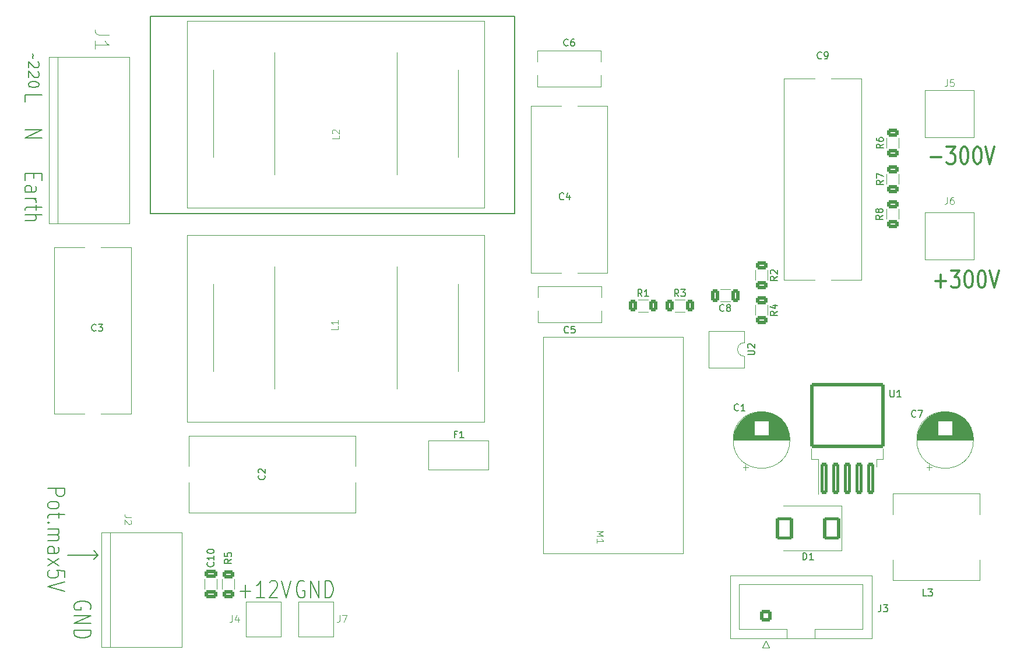
<source format=gto>
G04 #@! TF.GenerationSoftware,KiCad,Pcbnew,7.0.2*
G04 #@! TF.CreationDate,2023-10-13T15:39:11+02:00*
G04 #@! TF.ProjectId,Module_3,4d6f6475-6c65-45f3-932e-6b696361645f,rev?*
G04 #@! TF.SameCoordinates,Original*
G04 #@! TF.FileFunction,Legend,Top*
G04 #@! TF.FilePolarity,Positive*
%FSLAX46Y46*%
G04 Gerber Fmt 4.6, Leading zero omitted, Abs format (unit mm)*
G04 Created by KiCad (PCBNEW 7.0.2) date 2023-10-13 15:39:11*
%MOMM*%
%LPD*%
G01*
G04 APERTURE LIST*
G04 Aperture macros list*
%AMRoundRect*
0 Rectangle with rounded corners*
0 $1 Rounding radius*
0 $2 $3 $4 $5 $6 $7 $8 $9 X,Y pos of 4 corners*
0 Add a 4 corners polygon primitive as box body*
4,1,4,$2,$3,$4,$5,$6,$7,$8,$9,$2,$3,0*
0 Add four circle primitives for the rounded corners*
1,1,$1+$1,$2,$3*
1,1,$1+$1,$4,$5*
1,1,$1+$1,$6,$7*
1,1,$1+$1,$8,$9*
0 Add four rect primitives between the rounded corners*
20,1,$1+$1,$2,$3,$4,$5,0*
20,1,$1+$1,$4,$5,$6,$7,0*
20,1,$1+$1,$6,$7,$8,$9,0*
20,1,$1+$1,$8,$9,$2,$3,0*%
G04 Aperture macros list end*
%ADD10C,0.150000*%
%ADD11C,0.300000*%
%ADD12C,0.100000*%
%ADD13C,0.120000*%
%ADD14C,2.000000*%
%ADD15C,3.200000*%
%ADD16R,1.600000X1.600000*%
%ADD17C,1.600000*%
%ADD18RoundRect,0.250000X0.625000X-0.312500X0.625000X0.312500X-0.625000X0.312500X-0.625000X-0.312500X0*%
%ADD19C,2.400000*%
%ADD20C,3.000000*%
%ADD21O,1.600000X1.600000*%
%ADD22RoundRect,0.250000X-0.625000X0.312500X-0.625000X-0.312500X0.625000X-0.312500X0.625000X0.312500X0*%
%ADD23C,6.000000*%
%ADD24RoundRect,0.250000X0.300000X-2.050000X0.300000X2.050000X-0.300000X2.050000X-0.300000X-2.050000X0*%
%ADD25RoundRect,0.250002X5.149998X-4.449998X5.149998X4.449998X-5.149998X4.449998X-5.149998X-4.449998X0*%
%ADD26C,3.500000*%
%ADD27RoundRect,0.250000X-0.312500X-0.625000X0.312500X-0.625000X0.312500X0.625000X-0.312500X0.625000X0*%
%ADD28C,2.500000*%
%ADD29RoundRect,0.250000X-0.650000X0.325000X-0.650000X-0.325000X0.650000X-0.325000X0.650000X0.325000X0*%
%ADD30RoundRect,0.250000X0.325000X0.650000X-0.325000X0.650000X-0.325000X-0.650000X0.325000X-0.650000X0*%
%ADD31RoundRect,0.250000X-1.000000X1.400000X-1.000000X-1.400000X1.000000X-1.400000X1.000000X1.400000X0*%
%ADD32RoundRect,0.250000X0.600000X-0.600000X0.600000X0.600000X-0.600000X0.600000X-0.600000X-0.600000X0*%
%ADD33C,1.700000*%
%ADD34R,4.000000X5.800000*%
%ADD35R,3.200000X3.200000*%
G04 APERTURE END LIST*
D10*
X90932000Y-125793500D02*
X90297000Y-125158500D01*
X90297000Y-126428500D02*
X90932000Y-125793500D01*
X86487000Y-125793500D02*
X90932000Y-125793500D01*
X98573843Y-47424512D02*
X151484843Y-47424512D01*
X151484843Y-76096512D01*
X98573843Y-76096512D01*
X98573843Y-47424512D01*
X89808904Y-133667309D02*
X89927952Y-133476833D01*
X89927952Y-133476833D02*
X89927952Y-133191119D01*
X89927952Y-133191119D02*
X89808904Y-132905404D01*
X89808904Y-132905404D02*
X89570809Y-132714928D01*
X89570809Y-132714928D02*
X89332714Y-132619690D01*
X89332714Y-132619690D02*
X88856523Y-132524452D01*
X88856523Y-132524452D02*
X88499380Y-132524452D01*
X88499380Y-132524452D02*
X88023190Y-132619690D01*
X88023190Y-132619690D02*
X87785095Y-132714928D01*
X87785095Y-132714928D02*
X87547000Y-132905404D01*
X87547000Y-132905404D02*
X87427952Y-133191119D01*
X87427952Y-133191119D02*
X87427952Y-133381595D01*
X87427952Y-133381595D02*
X87547000Y-133667309D01*
X87547000Y-133667309D02*
X87666047Y-133762547D01*
X87666047Y-133762547D02*
X88499380Y-133762547D01*
X88499380Y-133762547D02*
X88499380Y-133381595D01*
X87427952Y-134619690D02*
X89927952Y-134619690D01*
X89927952Y-134619690D02*
X87427952Y-135762547D01*
X87427952Y-135762547D02*
X89927952Y-135762547D01*
X87427952Y-136714928D02*
X89927952Y-136714928D01*
X89927952Y-136714928D02*
X89927952Y-137191118D01*
X89927952Y-137191118D02*
X89808904Y-137476833D01*
X89808904Y-137476833D02*
X89570809Y-137667309D01*
X89570809Y-137667309D02*
X89332714Y-137762547D01*
X89332714Y-137762547D02*
X88856523Y-137857785D01*
X88856523Y-137857785D02*
X88499380Y-137857785D01*
X88499380Y-137857785D02*
X88023190Y-137762547D01*
X88023190Y-137762547D02*
X87785095Y-137667309D01*
X87785095Y-137667309D02*
X87547000Y-137476833D01*
X87547000Y-137476833D02*
X87427952Y-137191118D01*
X87427952Y-137191118D02*
X87427952Y-136714928D01*
X83617952Y-116109690D02*
X86117952Y-116109690D01*
X86117952Y-116109690D02*
X86117952Y-116871595D01*
X86117952Y-116871595D02*
X85998904Y-117062071D01*
X85998904Y-117062071D02*
X85879857Y-117157309D01*
X85879857Y-117157309D02*
X85641761Y-117252547D01*
X85641761Y-117252547D02*
X85284619Y-117252547D01*
X85284619Y-117252547D02*
X85046523Y-117157309D01*
X85046523Y-117157309D02*
X84927476Y-117062071D01*
X84927476Y-117062071D02*
X84808428Y-116871595D01*
X84808428Y-116871595D02*
X84808428Y-116109690D01*
X83617952Y-118395404D02*
X83737000Y-118204928D01*
X83737000Y-118204928D02*
X83856047Y-118109690D01*
X83856047Y-118109690D02*
X84094142Y-118014452D01*
X84094142Y-118014452D02*
X84808428Y-118014452D01*
X84808428Y-118014452D02*
X85046523Y-118109690D01*
X85046523Y-118109690D02*
X85165571Y-118204928D01*
X85165571Y-118204928D02*
X85284619Y-118395404D01*
X85284619Y-118395404D02*
X85284619Y-118681119D01*
X85284619Y-118681119D02*
X85165571Y-118871595D01*
X85165571Y-118871595D02*
X85046523Y-118966833D01*
X85046523Y-118966833D02*
X84808428Y-119062071D01*
X84808428Y-119062071D02*
X84094142Y-119062071D01*
X84094142Y-119062071D02*
X83856047Y-118966833D01*
X83856047Y-118966833D02*
X83737000Y-118871595D01*
X83737000Y-118871595D02*
X83617952Y-118681119D01*
X83617952Y-118681119D02*
X83617952Y-118395404D01*
X85284619Y-119633500D02*
X85284619Y-120395404D01*
X86117952Y-119919214D02*
X83975095Y-119919214D01*
X83975095Y-119919214D02*
X83737000Y-120014452D01*
X83737000Y-120014452D02*
X83617952Y-120204928D01*
X83617952Y-120204928D02*
X83617952Y-120395404D01*
X83856047Y-121062071D02*
X83737000Y-121157309D01*
X83737000Y-121157309D02*
X83617952Y-121062071D01*
X83617952Y-121062071D02*
X83737000Y-120966833D01*
X83737000Y-120966833D02*
X83856047Y-121062071D01*
X83856047Y-121062071D02*
X83617952Y-121062071D01*
X83617952Y-122014452D02*
X85284619Y-122014452D01*
X85046523Y-122014452D02*
X85165571Y-122109690D01*
X85165571Y-122109690D02*
X85284619Y-122300166D01*
X85284619Y-122300166D02*
X85284619Y-122585881D01*
X85284619Y-122585881D02*
X85165571Y-122776357D01*
X85165571Y-122776357D02*
X84927476Y-122871595D01*
X84927476Y-122871595D02*
X83617952Y-122871595D01*
X84927476Y-122871595D02*
X85165571Y-122966833D01*
X85165571Y-122966833D02*
X85284619Y-123157309D01*
X85284619Y-123157309D02*
X85284619Y-123443023D01*
X85284619Y-123443023D02*
X85165571Y-123633500D01*
X85165571Y-123633500D02*
X84927476Y-123728738D01*
X84927476Y-123728738D02*
X83617952Y-123728738D01*
X83617952Y-125538262D02*
X84927476Y-125538262D01*
X84927476Y-125538262D02*
X85165571Y-125443024D01*
X85165571Y-125443024D02*
X85284619Y-125252548D01*
X85284619Y-125252548D02*
X85284619Y-124871595D01*
X85284619Y-124871595D02*
X85165571Y-124681119D01*
X83737000Y-125538262D02*
X83617952Y-125347786D01*
X83617952Y-125347786D02*
X83617952Y-124871595D01*
X83617952Y-124871595D02*
X83737000Y-124681119D01*
X83737000Y-124681119D02*
X83975095Y-124585881D01*
X83975095Y-124585881D02*
X84213190Y-124585881D01*
X84213190Y-124585881D02*
X84451285Y-124681119D01*
X84451285Y-124681119D02*
X84570333Y-124871595D01*
X84570333Y-124871595D02*
X84570333Y-125347786D01*
X84570333Y-125347786D02*
X84689380Y-125538262D01*
X83617952Y-126300167D02*
X85284619Y-127347786D01*
X85284619Y-126300167D02*
X83617952Y-127347786D01*
X86117952Y-129062072D02*
X86117952Y-128109691D01*
X86117952Y-128109691D02*
X84927476Y-128014453D01*
X84927476Y-128014453D02*
X85046523Y-128109691D01*
X85046523Y-128109691D02*
X85165571Y-128300167D01*
X85165571Y-128300167D02*
X85165571Y-128776358D01*
X85165571Y-128776358D02*
X85046523Y-128966834D01*
X85046523Y-128966834D02*
X84927476Y-129062072D01*
X84927476Y-129062072D02*
X84689380Y-129157310D01*
X84689380Y-129157310D02*
X84094142Y-129157310D01*
X84094142Y-129157310D02*
X83856047Y-129062072D01*
X83856047Y-129062072D02*
X83737000Y-128966834D01*
X83737000Y-128966834D02*
X83617952Y-128776358D01*
X83617952Y-128776358D02*
X83617952Y-128300167D01*
X83617952Y-128300167D02*
X83737000Y-128109691D01*
X83737000Y-128109691D02*
X83856047Y-128014453D01*
X86117952Y-129728739D02*
X83617952Y-130395405D01*
X83617952Y-130395405D02*
X86117952Y-131062072D01*
X80315952Y-59848571D02*
X80315952Y-58896190D01*
X80315952Y-58896190D02*
X82815952Y-58896190D01*
D11*
X212566190Y-85956639D02*
X214090000Y-85956639D01*
X213328095Y-86909020D02*
X213328095Y-85004258D01*
X214851904Y-84409020D02*
X216089999Y-84409020D01*
X216089999Y-84409020D02*
X215423332Y-85361401D01*
X215423332Y-85361401D02*
X215709047Y-85361401D01*
X215709047Y-85361401D02*
X215899523Y-85480449D01*
X215899523Y-85480449D02*
X215994761Y-85599496D01*
X215994761Y-85599496D02*
X216089999Y-85837592D01*
X216089999Y-85837592D02*
X216089999Y-86432830D01*
X216089999Y-86432830D02*
X215994761Y-86670925D01*
X215994761Y-86670925D02*
X215899523Y-86789973D01*
X215899523Y-86789973D02*
X215709047Y-86909020D01*
X215709047Y-86909020D02*
X215137618Y-86909020D01*
X215137618Y-86909020D02*
X214947142Y-86789973D01*
X214947142Y-86789973D02*
X214851904Y-86670925D01*
X217328094Y-84409020D02*
X217518571Y-84409020D01*
X217518571Y-84409020D02*
X217709047Y-84528068D01*
X217709047Y-84528068D02*
X217804285Y-84647115D01*
X217804285Y-84647115D02*
X217899523Y-84885211D01*
X217899523Y-84885211D02*
X217994761Y-85361401D01*
X217994761Y-85361401D02*
X217994761Y-85956639D01*
X217994761Y-85956639D02*
X217899523Y-86432830D01*
X217899523Y-86432830D02*
X217804285Y-86670925D01*
X217804285Y-86670925D02*
X217709047Y-86789973D01*
X217709047Y-86789973D02*
X217518571Y-86909020D01*
X217518571Y-86909020D02*
X217328094Y-86909020D01*
X217328094Y-86909020D02*
X217137618Y-86789973D01*
X217137618Y-86789973D02*
X217042380Y-86670925D01*
X217042380Y-86670925D02*
X216947142Y-86432830D01*
X216947142Y-86432830D02*
X216851904Y-85956639D01*
X216851904Y-85956639D02*
X216851904Y-85361401D01*
X216851904Y-85361401D02*
X216947142Y-84885211D01*
X216947142Y-84885211D02*
X217042380Y-84647115D01*
X217042380Y-84647115D02*
X217137618Y-84528068D01*
X217137618Y-84528068D02*
X217328094Y-84409020D01*
X219232856Y-84409020D02*
X219423333Y-84409020D01*
X219423333Y-84409020D02*
X219613809Y-84528068D01*
X219613809Y-84528068D02*
X219709047Y-84647115D01*
X219709047Y-84647115D02*
X219804285Y-84885211D01*
X219804285Y-84885211D02*
X219899523Y-85361401D01*
X219899523Y-85361401D02*
X219899523Y-85956639D01*
X219899523Y-85956639D02*
X219804285Y-86432830D01*
X219804285Y-86432830D02*
X219709047Y-86670925D01*
X219709047Y-86670925D02*
X219613809Y-86789973D01*
X219613809Y-86789973D02*
X219423333Y-86909020D01*
X219423333Y-86909020D02*
X219232856Y-86909020D01*
X219232856Y-86909020D02*
X219042380Y-86789973D01*
X219042380Y-86789973D02*
X218947142Y-86670925D01*
X218947142Y-86670925D02*
X218851904Y-86432830D01*
X218851904Y-86432830D02*
X218756666Y-85956639D01*
X218756666Y-85956639D02*
X218756666Y-85361401D01*
X218756666Y-85361401D02*
X218851904Y-84885211D01*
X218851904Y-84885211D02*
X218947142Y-84647115D01*
X218947142Y-84647115D02*
X219042380Y-84528068D01*
X219042380Y-84528068D02*
X219232856Y-84409020D01*
X220470952Y-84409020D02*
X221137618Y-86909020D01*
X221137618Y-86909020D02*
X221804285Y-84409020D01*
D10*
X81400000Y-52847857D02*
X81471428Y-52919285D01*
X81471428Y-52919285D02*
X81542857Y-53062142D01*
X81542857Y-53062142D02*
X81400000Y-53347857D01*
X81400000Y-53347857D02*
X81471428Y-53490714D01*
X81471428Y-53490714D02*
X81542857Y-53562142D01*
X82185714Y-54062143D02*
X82257142Y-54133571D01*
X82257142Y-54133571D02*
X82328571Y-54276429D01*
X82328571Y-54276429D02*
X82328571Y-54633571D01*
X82328571Y-54633571D02*
X82257142Y-54776429D01*
X82257142Y-54776429D02*
X82185714Y-54847857D01*
X82185714Y-54847857D02*
X82042857Y-54919286D01*
X82042857Y-54919286D02*
X81900000Y-54919286D01*
X81900000Y-54919286D02*
X81685714Y-54847857D01*
X81685714Y-54847857D02*
X80828571Y-53990714D01*
X80828571Y-53990714D02*
X80828571Y-54919286D01*
X82185714Y-55490714D02*
X82257142Y-55562142D01*
X82257142Y-55562142D02*
X82328571Y-55705000D01*
X82328571Y-55705000D02*
X82328571Y-56062142D01*
X82328571Y-56062142D02*
X82257142Y-56205000D01*
X82257142Y-56205000D02*
X82185714Y-56276428D01*
X82185714Y-56276428D02*
X82042857Y-56347857D01*
X82042857Y-56347857D02*
X81900000Y-56347857D01*
X81900000Y-56347857D02*
X81685714Y-56276428D01*
X81685714Y-56276428D02*
X80828571Y-55419285D01*
X80828571Y-55419285D02*
X80828571Y-56347857D01*
X82328571Y-57276428D02*
X82328571Y-57419285D01*
X82328571Y-57419285D02*
X82257142Y-57562142D01*
X82257142Y-57562142D02*
X82185714Y-57633571D01*
X82185714Y-57633571D02*
X82042857Y-57704999D01*
X82042857Y-57704999D02*
X81757142Y-57776428D01*
X81757142Y-57776428D02*
X81400000Y-57776428D01*
X81400000Y-57776428D02*
X81114285Y-57704999D01*
X81114285Y-57704999D02*
X80971428Y-57633571D01*
X80971428Y-57633571D02*
X80900000Y-57562142D01*
X80900000Y-57562142D02*
X80828571Y-57419285D01*
X80828571Y-57419285D02*
X80828571Y-57276428D01*
X80828571Y-57276428D02*
X80900000Y-57133571D01*
X80900000Y-57133571D02*
X80971428Y-57062142D01*
X80971428Y-57062142D02*
X81114285Y-56990713D01*
X81114285Y-56990713D02*
X81400000Y-56919285D01*
X81400000Y-56919285D02*
X81757142Y-56919285D01*
X81757142Y-56919285D02*
X82042857Y-56990713D01*
X82042857Y-56990713D02*
X82185714Y-57062142D01*
X82185714Y-57062142D02*
X82257142Y-57133571D01*
X82257142Y-57133571D02*
X82328571Y-57276428D01*
X120903809Y-129647095D02*
X120713333Y-129528047D01*
X120713333Y-129528047D02*
X120427619Y-129528047D01*
X120427619Y-129528047D02*
X120141904Y-129647095D01*
X120141904Y-129647095D02*
X119951428Y-129885190D01*
X119951428Y-129885190D02*
X119856190Y-130123285D01*
X119856190Y-130123285D02*
X119760952Y-130599476D01*
X119760952Y-130599476D02*
X119760952Y-130956619D01*
X119760952Y-130956619D02*
X119856190Y-131432809D01*
X119856190Y-131432809D02*
X119951428Y-131670904D01*
X119951428Y-131670904D02*
X120141904Y-131909000D01*
X120141904Y-131909000D02*
X120427619Y-132028047D01*
X120427619Y-132028047D02*
X120618095Y-132028047D01*
X120618095Y-132028047D02*
X120903809Y-131909000D01*
X120903809Y-131909000D02*
X120999047Y-131789952D01*
X120999047Y-131789952D02*
X120999047Y-130956619D01*
X120999047Y-130956619D02*
X120618095Y-130956619D01*
X121856190Y-132028047D02*
X121856190Y-129528047D01*
X121856190Y-129528047D02*
X122999047Y-132028047D01*
X122999047Y-132028047D02*
X122999047Y-129528047D01*
X123951428Y-132028047D02*
X123951428Y-129528047D01*
X123951428Y-129528047D02*
X124427618Y-129528047D01*
X124427618Y-129528047D02*
X124713333Y-129647095D01*
X124713333Y-129647095D02*
X124903809Y-129885190D01*
X124903809Y-129885190D02*
X124999047Y-130123285D01*
X124999047Y-130123285D02*
X125094285Y-130599476D01*
X125094285Y-130599476D02*
X125094285Y-130956619D01*
X125094285Y-130956619D02*
X124999047Y-131432809D01*
X124999047Y-131432809D02*
X124903809Y-131670904D01*
X124903809Y-131670904D02*
X124713333Y-131909000D01*
X124713333Y-131909000D02*
X124427618Y-132028047D01*
X124427618Y-132028047D02*
X123951428Y-132028047D01*
X111601190Y-131075666D02*
X113125000Y-131075666D01*
X112363095Y-132028047D02*
X112363095Y-130123285D01*
X115124999Y-132028047D02*
X113982142Y-132028047D01*
X114553570Y-132028047D02*
X114553570Y-129528047D01*
X114553570Y-129528047D02*
X114363094Y-129885190D01*
X114363094Y-129885190D02*
X114172618Y-130123285D01*
X114172618Y-130123285D02*
X113982142Y-130242333D01*
X115886904Y-129766142D02*
X115982142Y-129647095D01*
X115982142Y-129647095D02*
X116172618Y-129528047D01*
X116172618Y-129528047D02*
X116648809Y-129528047D01*
X116648809Y-129528047D02*
X116839285Y-129647095D01*
X116839285Y-129647095D02*
X116934523Y-129766142D01*
X116934523Y-129766142D02*
X117029761Y-130004238D01*
X117029761Y-130004238D02*
X117029761Y-130242333D01*
X117029761Y-130242333D02*
X116934523Y-130599476D01*
X116934523Y-130599476D02*
X115791666Y-132028047D01*
X115791666Y-132028047D02*
X117029761Y-132028047D01*
X117601190Y-129528047D02*
X118267856Y-132028047D01*
X118267856Y-132028047D02*
X118934523Y-129528047D01*
D11*
X211931190Y-67956666D02*
X213455000Y-67956666D01*
X214216904Y-66409047D02*
X215454999Y-66409047D01*
X215454999Y-66409047D02*
X214788332Y-67361428D01*
X214788332Y-67361428D02*
X215074047Y-67361428D01*
X215074047Y-67361428D02*
X215264523Y-67480476D01*
X215264523Y-67480476D02*
X215359761Y-67599523D01*
X215359761Y-67599523D02*
X215454999Y-67837619D01*
X215454999Y-67837619D02*
X215454999Y-68432857D01*
X215454999Y-68432857D02*
X215359761Y-68670952D01*
X215359761Y-68670952D02*
X215264523Y-68790000D01*
X215264523Y-68790000D02*
X215074047Y-68909047D01*
X215074047Y-68909047D02*
X214502618Y-68909047D01*
X214502618Y-68909047D02*
X214312142Y-68790000D01*
X214312142Y-68790000D02*
X214216904Y-68670952D01*
X216693094Y-66409047D02*
X216883571Y-66409047D01*
X216883571Y-66409047D02*
X217074047Y-66528095D01*
X217074047Y-66528095D02*
X217169285Y-66647142D01*
X217169285Y-66647142D02*
X217264523Y-66885238D01*
X217264523Y-66885238D02*
X217359761Y-67361428D01*
X217359761Y-67361428D02*
X217359761Y-67956666D01*
X217359761Y-67956666D02*
X217264523Y-68432857D01*
X217264523Y-68432857D02*
X217169285Y-68670952D01*
X217169285Y-68670952D02*
X217074047Y-68790000D01*
X217074047Y-68790000D02*
X216883571Y-68909047D01*
X216883571Y-68909047D02*
X216693094Y-68909047D01*
X216693094Y-68909047D02*
X216502618Y-68790000D01*
X216502618Y-68790000D02*
X216407380Y-68670952D01*
X216407380Y-68670952D02*
X216312142Y-68432857D01*
X216312142Y-68432857D02*
X216216904Y-67956666D01*
X216216904Y-67956666D02*
X216216904Y-67361428D01*
X216216904Y-67361428D02*
X216312142Y-66885238D01*
X216312142Y-66885238D02*
X216407380Y-66647142D01*
X216407380Y-66647142D02*
X216502618Y-66528095D01*
X216502618Y-66528095D02*
X216693094Y-66409047D01*
X218597856Y-66409047D02*
X218788333Y-66409047D01*
X218788333Y-66409047D02*
X218978809Y-66528095D01*
X218978809Y-66528095D02*
X219074047Y-66647142D01*
X219074047Y-66647142D02*
X219169285Y-66885238D01*
X219169285Y-66885238D02*
X219264523Y-67361428D01*
X219264523Y-67361428D02*
X219264523Y-67956666D01*
X219264523Y-67956666D02*
X219169285Y-68432857D01*
X219169285Y-68432857D02*
X219074047Y-68670952D01*
X219074047Y-68670952D02*
X218978809Y-68790000D01*
X218978809Y-68790000D02*
X218788333Y-68909047D01*
X218788333Y-68909047D02*
X218597856Y-68909047D01*
X218597856Y-68909047D02*
X218407380Y-68790000D01*
X218407380Y-68790000D02*
X218312142Y-68670952D01*
X218312142Y-68670952D02*
X218216904Y-68432857D01*
X218216904Y-68432857D02*
X218121666Y-67956666D01*
X218121666Y-67956666D02*
X218121666Y-67361428D01*
X218121666Y-67361428D02*
X218216904Y-66885238D01*
X218216904Y-66885238D02*
X218312142Y-66647142D01*
X218312142Y-66647142D02*
X218407380Y-66528095D01*
X218407380Y-66528095D02*
X218597856Y-66409047D01*
X219835952Y-66409047D02*
X220502618Y-68909047D01*
X220502618Y-68909047D02*
X221169285Y-66409047D01*
D10*
X80315952Y-63976190D02*
X82815952Y-63976190D01*
X82815952Y-63976190D02*
X80315952Y-65119047D01*
X80315952Y-65119047D02*
X82815952Y-65119047D01*
X81625476Y-70326190D02*
X81625476Y-70992857D01*
X80315952Y-71278571D02*
X80315952Y-70326190D01*
X80315952Y-70326190D02*
X82815952Y-70326190D01*
X82815952Y-70326190D02*
X82815952Y-71278571D01*
X80315952Y-72992857D02*
X81625476Y-72992857D01*
X81625476Y-72992857D02*
X81863571Y-72897619D01*
X81863571Y-72897619D02*
X81982619Y-72707143D01*
X81982619Y-72707143D02*
X81982619Y-72326190D01*
X81982619Y-72326190D02*
X81863571Y-72135714D01*
X80435000Y-72992857D02*
X80315952Y-72802381D01*
X80315952Y-72802381D02*
X80315952Y-72326190D01*
X80315952Y-72326190D02*
X80435000Y-72135714D01*
X80435000Y-72135714D02*
X80673095Y-72040476D01*
X80673095Y-72040476D02*
X80911190Y-72040476D01*
X80911190Y-72040476D02*
X81149285Y-72135714D01*
X81149285Y-72135714D02*
X81268333Y-72326190D01*
X81268333Y-72326190D02*
X81268333Y-72802381D01*
X81268333Y-72802381D02*
X81387380Y-72992857D01*
X80315952Y-73945238D02*
X81982619Y-73945238D01*
X81506428Y-73945238D02*
X81744523Y-74040476D01*
X81744523Y-74040476D02*
X81863571Y-74135714D01*
X81863571Y-74135714D02*
X81982619Y-74326190D01*
X81982619Y-74326190D02*
X81982619Y-74516667D01*
X81982619Y-74897619D02*
X81982619Y-75659523D01*
X82815952Y-75183333D02*
X80673095Y-75183333D01*
X80673095Y-75183333D02*
X80435000Y-75278571D01*
X80435000Y-75278571D02*
X80315952Y-75469047D01*
X80315952Y-75469047D02*
X80315952Y-75659523D01*
X80315952Y-76326190D02*
X82815952Y-76326190D01*
X80315952Y-77183333D02*
X81625476Y-77183333D01*
X81625476Y-77183333D02*
X81863571Y-77088095D01*
X81863571Y-77088095D02*
X81982619Y-76897619D01*
X81982619Y-76897619D02*
X81982619Y-76611904D01*
X81982619Y-76611904D02*
X81863571Y-76421428D01*
X81863571Y-76421428D02*
X81744523Y-76326190D01*
X143032666Y-108240809D02*
X142699333Y-108240809D01*
X142699333Y-108764619D02*
X142699333Y-107764619D01*
X142699333Y-107764619D02*
X143175523Y-107764619D01*
X144080285Y-108764619D02*
X143508857Y-108764619D01*
X143794571Y-108764619D02*
X143794571Y-107764619D01*
X143794571Y-107764619D02*
X143699333Y-107907476D01*
X143699333Y-107907476D02*
X143604095Y-108002714D01*
X143604095Y-108002714D02*
X143508857Y-108050333D01*
X183983333Y-104734380D02*
X183935714Y-104782000D01*
X183935714Y-104782000D02*
X183792857Y-104829619D01*
X183792857Y-104829619D02*
X183697619Y-104829619D01*
X183697619Y-104829619D02*
X183554762Y-104782000D01*
X183554762Y-104782000D02*
X183459524Y-104686761D01*
X183459524Y-104686761D02*
X183411905Y-104591523D01*
X183411905Y-104591523D02*
X183364286Y-104401047D01*
X183364286Y-104401047D02*
X183364286Y-104258190D01*
X183364286Y-104258190D02*
X183411905Y-104067714D01*
X183411905Y-104067714D02*
X183459524Y-103972476D01*
X183459524Y-103972476D02*
X183554762Y-103877238D01*
X183554762Y-103877238D02*
X183697619Y-103829619D01*
X183697619Y-103829619D02*
X183792857Y-103829619D01*
X183792857Y-103829619D02*
X183935714Y-103877238D01*
X183935714Y-103877238D02*
X183983333Y-103924857D01*
X184935714Y-104829619D02*
X184364286Y-104829619D01*
X184650000Y-104829619D02*
X184650000Y-103829619D01*
X184650000Y-103829619D02*
X184554762Y-103972476D01*
X184554762Y-103972476D02*
X184459524Y-104067714D01*
X184459524Y-104067714D02*
X184364286Y-104115333D01*
X205017619Y-66014166D02*
X204541428Y-66347499D01*
X205017619Y-66585594D02*
X204017619Y-66585594D01*
X204017619Y-66585594D02*
X204017619Y-66204642D01*
X204017619Y-66204642D02*
X204065238Y-66109404D01*
X204065238Y-66109404D02*
X204112857Y-66061785D01*
X204112857Y-66061785D02*
X204208095Y-66014166D01*
X204208095Y-66014166D02*
X204350952Y-66014166D01*
X204350952Y-66014166D02*
X204446190Y-66061785D01*
X204446190Y-66061785D02*
X204493809Y-66109404D01*
X204493809Y-66109404D02*
X204541428Y-66204642D01*
X204541428Y-66204642D02*
X204541428Y-66585594D01*
X204017619Y-65157023D02*
X204017619Y-65347499D01*
X204017619Y-65347499D02*
X204065238Y-65442737D01*
X204065238Y-65442737D02*
X204112857Y-65490356D01*
X204112857Y-65490356D02*
X204255714Y-65585594D01*
X204255714Y-65585594D02*
X204446190Y-65633213D01*
X204446190Y-65633213D02*
X204827142Y-65633213D01*
X204827142Y-65633213D02*
X204922380Y-65585594D01*
X204922380Y-65585594D02*
X204970000Y-65537975D01*
X204970000Y-65537975D02*
X205017619Y-65442737D01*
X205017619Y-65442737D02*
X205017619Y-65252261D01*
X205017619Y-65252261D02*
X204970000Y-65157023D01*
X204970000Y-65157023D02*
X204922380Y-65109404D01*
X204922380Y-65109404D02*
X204827142Y-65061785D01*
X204827142Y-65061785D02*
X204589047Y-65061785D01*
X204589047Y-65061785D02*
X204493809Y-65109404D01*
X204493809Y-65109404D02*
X204446190Y-65157023D01*
X204446190Y-65157023D02*
X204398571Y-65252261D01*
X204398571Y-65252261D02*
X204398571Y-65442737D01*
X204398571Y-65442737D02*
X204446190Y-65537975D01*
X204446190Y-65537975D02*
X204493809Y-65585594D01*
X204493809Y-65585594D02*
X204589047Y-65633213D01*
X115127380Y-114212666D02*
X115175000Y-114260285D01*
X115175000Y-114260285D02*
X115222619Y-114403142D01*
X115222619Y-114403142D02*
X115222619Y-114498380D01*
X115222619Y-114498380D02*
X115175000Y-114641237D01*
X115175000Y-114641237D02*
X115079761Y-114736475D01*
X115079761Y-114736475D02*
X114984523Y-114784094D01*
X114984523Y-114784094D02*
X114794047Y-114831713D01*
X114794047Y-114831713D02*
X114651190Y-114831713D01*
X114651190Y-114831713D02*
X114460714Y-114784094D01*
X114460714Y-114784094D02*
X114365476Y-114736475D01*
X114365476Y-114736475D02*
X114270238Y-114641237D01*
X114270238Y-114641237D02*
X114222619Y-114498380D01*
X114222619Y-114498380D02*
X114222619Y-114403142D01*
X114222619Y-114403142D02*
X114270238Y-114260285D01*
X114270238Y-114260285D02*
X114317857Y-114212666D01*
X114317857Y-113831713D02*
X114270238Y-113784094D01*
X114270238Y-113784094D02*
X114222619Y-113688856D01*
X114222619Y-113688856D02*
X114222619Y-113450761D01*
X114222619Y-113450761D02*
X114270238Y-113355523D01*
X114270238Y-113355523D02*
X114317857Y-113307904D01*
X114317857Y-113307904D02*
X114413095Y-113260285D01*
X114413095Y-113260285D02*
X114508333Y-113260285D01*
X114508333Y-113260285D02*
X114651190Y-113307904D01*
X114651190Y-113307904D02*
X115222619Y-113879332D01*
X115222619Y-113879332D02*
X115222619Y-113260285D01*
D12*
X110410666Y-134590619D02*
X110410666Y-135304904D01*
X110410666Y-135304904D02*
X110363047Y-135447761D01*
X110363047Y-135447761D02*
X110267809Y-135543000D01*
X110267809Y-135543000D02*
X110124952Y-135590619D01*
X110124952Y-135590619D02*
X110029714Y-135590619D01*
X111315428Y-134923952D02*
X111315428Y-135590619D01*
X111077333Y-134543000D02*
X110839238Y-135257285D01*
X110839238Y-135257285D02*
X111458285Y-135257285D01*
D10*
X159218333Y-51635380D02*
X159170714Y-51683000D01*
X159170714Y-51683000D02*
X159027857Y-51730619D01*
X159027857Y-51730619D02*
X158932619Y-51730619D01*
X158932619Y-51730619D02*
X158789762Y-51683000D01*
X158789762Y-51683000D02*
X158694524Y-51587761D01*
X158694524Y-51587761D02*
X158646905Y-51492523D01*
X158646905Y-51492523D02*
X158599286Y-51302047D01*
X158599286Y-51302047D02*
X158599286Y-51159190D01*
X158599286Y-51159190D02*
X158646905Y-50968714D01*
X158646905Y-50968714D02*
X158694524Y-50873476D01*
X158694524Y-50873476D02*
X158789762Y-50778238D01*
X158789762Y-50778238D02*
X158932619Y-50730619D01*
X158932619Y-50730619D02*
X159027857Y-50730619D01*
X159027857Y-50730619D02*
X159170714Y-50778238D01*
X159170714Y-50778238D02*
X159218333Y-50825857D01*
X160075476Y-50730619D02*
X159885000Y-50730619D01*
X159885000Y-50730619D02*
X159789762Y-50778238D01*
X159789762Y-50778238D02*
X159742143Y-50825857D01*
X159742143Y-50825857D02*
X159646905Y-50968714D01*
X159646905Y-50968714D02*
X159599286Y-51159190D01*
X159599286Y-51159190D02*
X159599286Y-51540142D01*
X159599286Y-51540142D02*
X159646905Y-51635380D01*
X159646905Y-51635380D02*
X159694524Y-51683000D01*
X159694524Y-51683000D02*
X159789762Y-51730619D01*
X159789762Y-51730619D02*
X159980238Y-51730619D01*
X159980238Y-51730619D02*
X160075476Y-51683000D01*
X160075476Y-51683000D02*
X160123095Y-51635380D01*
X160123095Y-51635380D02*
X160170714Y-51540142D01*
X160170714Y-51540142D02*
X160170714Y-51302047D01*
X160170714Y-51302047D02*
X160123095Y-51206809D01*
X160123095Y-51206809D02*
X160075476Y-51159190D01*
X160075476Y-51159190D02*
X159980238Y-51111571D01*
X159980238Y-51111571D02*
X159789762Y-51111571D01*
X159789762Y-51111571D02*
X159694524Y-51159190D01*
X159694524Y-51159190D02*
X159646905Y-51206809D01*
X159646905Y-51206809D02*
X159599286Y-51302047D01*
X185312619Y-96656904D02*
X186122142Y-96656904D01*
X186122142Y-96656904D02*
X186217380Y-96609285D01*
X186217380Y-96609285D02*
X186265000Y-96561666D01*
X186265000Y-96561666D02*
X186312619Y-96466428D01*
X186312619Y-96466428D02*
X186312619Y-96275952D01*
X186312619Y-96275952D02*
X186265000Y-96180714D01*
X186265000Y-96180714D02*
X186217380Y-96133095D01*
X186217380Y-96133095D02*
X186122142Y-96085476D01*
X186122142Y-96085476D02*
X185312619Y-96085476D01*
X185407857Y-95656904D02*
X185360238Y-95609285D01*
X185360238Y-95609285D02*
X185312619Y-95514047D01*
X185312619Y-95514047D02*
X185312619Y-95275952D01*
X185312619Y-95275952D02*
X185360238Y-95180714D01*
X185360238Y-95180714D02*
X185407857Y-95133095D01*
X185407857Y-95133095D02*
X185503095Y-95085476D01*
X185503095Y-95085476D02*
X185598333Y-95085476D01*
X185598333Y-95085476D02*
X185741190Y-95133095D01*
X185741190Y-95133095D02*
X186312619Y-95704523D01*
X186312619Y-95704523D02*
X186312619Y-95085476D01*
X204932619Y-76366666D02*
X204456428Y-76699999D01*
X204932619Y-76938094D02*
X203932619Y-76938094D01*
X203932619Y-76938094D02*
X203932619Y-76557142D01*
X203932619Y-76557142D02*
X203980238Y-76461904D01*
X203980238Y-76461904D02*
X204027857Y-76414285D01*
X204027857Y-76414285D02*
X204123095Y-76366666D01*
X204123095Y-76366666D02*
X204265952Y-76366666D01*
X204265952Y-76366666D02*
X204361190Y-76414285D01*
X204361190Y-76414285D02*
X204408809Y-76461904D01*
X204408809Y-76461904D02*
X204456428Y-76557142D01*
X204456428Y-76557142D02*
X204456428Y-76938094D01*
X204361190Y-75795237D02*
X204313571Y-75890475D01*
X204313571Y-75890475D02*
X204265952Y-75938094D01*
X204265952Y-75938094D02*
X204170714Y-75985713D01*
X204170714Y-75985713D02*
X204123095Y-75985713D01*
X204123095Y-75985713D02*
X204027857Y-75938094D01*
X204027857Y-75938094D02*
X203980238Y-75890475D01*
X203980238Y-75890475D02*
X203932619Y-75795237D01*
X203932619Y-75795237D02*
X203932619Y-75604761D01*
X203932619Y-75604761D02*
X203980238Y-75509523D01*
X203980238Y-75509523D02*
X204027857Y-75461904D01*
X204027857Y-75461904D02*
X204123095Y-75414285D01*
X204123095Y-75414285D02*
X204170714Y-75414285D01*
X204170714Y-75414285D02*
X204265952Y-75461904D01*
X204265952Y-75461904D02*
X204313571Y-75509523D01*
X204313571Y-75509523D02*
X204361190Y-75604761D01*
X204361190Y-75604761D02*
X204361190Y-75795237D01*
X204361190Y-75795237D02*
X204408809Y-75890475D01*
X204408809Y-75890475D02*
X204456428Y-75938094D01*
X204456428Y-75938094D02*
X204551666Y-75985713D01*
X204551666Y-75985713D02*
X204742142Y-75985713D01*
X204742142Y-75985713D02*
X204837380Y-75938094D01*
X204837380Y-75938094D02*
X204885000Y-75890475D01*
X204885000Y-75890475D02*
X204932619Y-75795237D01*
X204932619Y-75795237D02*
X204932619Y-75604761D01*
X204932619Y-75604761D02*
X204885000Y-75509523D01*
X204885000Y-75509523D02*
X204837380Y-75461904D01*
X204837380Y-75461904D02*
X204742142Y-75414285D01*
X204742142Y-75414285D02*
X204551666Y-75414285D01*
X204551666Y-75414285D02*
X204456428Y-75461904D01*
X204456428Y-75461904D02*
X204408809Y-75509523D01*
X204408809Y-75509523D02*
X204361190Y-75604761D01*
D12*
X126031666Y-134590619D02*
X126031666Y-135304904D01*
X126031666Y-135304904D02*
X125984047Y-135447761D01*
X125984047Y-135447761D02*
X125888809Y-135543000D01*
X125888809Y-135543000D02*
X125745952Y-135590619D01*
X125745952Y-135590619D02*
X125650714Y-135590619D01*
X126412619Y-134590619D02*
X127079285Y-134590619D01*
X127079285Y-134590619D02*
X126650714Y-135590619D01*
D10*
X196048333Y-53519380D02*
X196000714Y-53567000D01*
X196000714Y-53567000D02*
X195857857Y-53614619D01*
X195857857Y-53614619D02*
X195762619Y-53614619D01*
X195762619Y-53614619D02*
X195619762Y-53567000D01*
X195619762Y-53567000D02*
X195524524Y-53471761D01*
X195524524Y-53471761D02*
X195476905Y-53376523D01*
X195476905Y-53376523D02*
X195429286Y-53186047D01*
X195429286Y-53186047D02*
X195429286Y-53043190D01*
X195429286Y-53043190D02*
X195476905Y-52852714D01*
X195476905Y-52852714D02*
X195524524Y-52757476D01*
X195524524Y-52757476D02*
X195619762Y-52662238D01*
X195619762Y-52662238D02*
X195762619Y-52614619D01*
X195762619Y-52614619D02*
X195857857Y-52614619D01*
X195857857Y-52614619D02*
X196000714Y-52662238D01*
X196000714Y-52662238D02*
X196048333Y-52709857D01*
X196524524Y-53614619D02*
X196715000Y-53614619D01*
X196715000Y-53614619D02*
X196810238Y-53567000D01*
X196810238Y-53567000D02*
X196857857Y-53519380D01*
X196857857Y-53519380D02*
X196953095Y-53376523D01*
X196953095Y-53376523D02*
X197000714Y-53186047D01*
X197000714Y-53186047D02*
X197000714Y-52805095D01*
X197000714Y-52805095D02*
X196953095Y-52709857D01*
X196953095Y-52709857D02*
X196905476Y-52662238D01*
X196905476Y-52662238D02*
X196810238Y-52614619D01*
X196810238Y-52614619D02*
X196619762Y-52614619D01*
X196619762Y-52614619D02*
X196524524Y-52662238D01*
X196524524Y-52662238D02*
X196476905Y-52709857D01*
X196476905Y-52709857D02*
X196429286Y-52805095D01*
X196429286Y-52805095D02*
X196429286Y-53043190D01*
X196429286Y-53043190D02*
X196476905Y-53138428D01*
X196476905Y-53138428D02*
X196524524Y-53186047D01*
X196524524Y-53186047D02*
X196619762Y-53233666D01*
X196619762Y-53233666D02*
X196810238Y-53233666D01*
X196810238Y-53233666D02*
X196905476Y-53186047D01*
X196905476Y-53186047D02*
X196953095Y-53138428D01*
X196953095Y-53138428D02*
X197000714Y-53043190D01*
X189607619Y-90336666D02*
X189131428Y-90669999D01*
X189607619Y-90908094D02*
X188607619Y-90908094D01*
X188607619Y-90908094D02*
X188607619Y-90527142D01*
X188607619Y-90527142D02*
X188655238Y-90431904D01*
X188655238Y-90431904D02*
X188702857Y-90384285D01*
X188702857Y-90384285D02*
X188798095Y-90336666D01*
X188798095Y-90336666D02*
X188940952Y-90336666D01*
X188940952Y-90336666D02*
X189036190Y-90384285D01*
X189036190Y-90384285D02*
X189083809Y-90431904D01*
X189083809Y-90431904D02*
X189131428Y-90527142D01*
X189131428Y-90527142D02*
X189131428Y-90908094D01*
X188940952Y-89479523D02*
X189607619Y-89479523D01*
X188560000Y-89717618D02*
X189274285Y-89955713D01*
X189274285Y-89955713D02*
X189274285Y-89336666D01*
D12*
X214296666Y-73757619D02*
X214296666Y-74471904D01*
X214296666Y-74471904D02*
X214249047Y-74614761D01*
X214249047Y-74614761D02*
X214153809Y-74710000D01*
X214153809Y-74710000D02*
X214010952Y-74757619D01*
X214010952Y-74757619D02*
X213915714Y-74757619D01*
X215201428Y-73757619D02*
X215010952Y-73757619D01*
X215010952Y-73757619D02*
X214915714Y-73805238D01*
X214915714Y-73805238D02*
X214868095Y-73852857D01*
X214868095Y-73852857D02*
X214772857Y-73995714D01*
X214772857Y-73995714D02*
X214725238Y-74186190D01*
X214725238Y-74186190D02*
X214725238Y-74567142D01*
X214725238Y-74567142D02*
X214772857Y-74662380D01*
X214772857Y-74662380D02*
X214820476Y-74710000D01*
X214820476Y-74710000D02*
X214915714Y-74757619D01*
X214915714Y-74757619D02*
X215106190Y-74757619D01*
X215106190Y-74757619D02*
X215201428Y-74710000D01*
X215201428Y-74710000D02*
X215249047Y-74662380D01*
X215249047Y-74662380D02*
X215296666Y-74567142D01*
X215296666Y-74567142D02*
X215296666Y-74329047D01*
X215296666Y-74329047D02*
X215249047Y-74233809D01*
X215249047Y-74233809D02*
X215201428Y-74186190D01*
X215201428Y-74186190D02*
X215106190Y-74138571D01*
X215106190Y-74138571D02*
X214915714Y-74138571D01*
X214915714Y-74138571D02*
X214820476Y-74186190D01*
X214820476Y-74186190D02*
X214772857Y-74233809D01*
X214772857Y-74233809D02*
X214725238Y-74329047D01*
D10*
X206013095Y-101812619D02*
X206013095Y-102622142D01*
X206013095Y-102622142D02*
X206060714Y-102717380D01*
X206060714Y-102717380D02*
X206108333Y-102765000D01*
X206108333Y-102765000D02*
X206203571Y-102812619D01*
X206203571Y-102812619D02*
X206394047Y-102812619D01*
X206394047Y-102812619D02*
X206489285Y-102765000D01*
X206489285Y-102765000D02*
X206536904Y-102717380D01*
X206536904Y-102717380D02*
X206584523Y-102622142D01*
X206584523Y-102622142D02*
X206584523Y-101812619D01*
X207584523Y-102812619D02*
X207013095Y-102812619D01*
X207298809Y-102812619D02*
X207298809Y-101812619D01*
X207298809Y-101812619D02*
X207203571Y-101955476D01*
X207203571Y-101955476D02*
X207108333Y-102050714D01*
X207108333Y-102050714D02*
X207013095Y-102098333D01*
D12*
X214296666Y-56612619D02*
X214296666Y-57326904D01*
X214296666Y-57326904D02*
X214249047Y-57469761D01*
X214249047Y-57469761D02*
X214153809Y-57565000D01*
X214153809Y-57565000D02*
X214010952Y-57612619D01*
X214010952Y-57612619D02*
X213915714Y-57612619D01*
X215249047Y-56612619D02*
X214772857Y-56612619D01*
X214772857Y-56612619D02*
X214725238Y-57088809D01*
X214725238Y-57088809D02*
X214772857Y-57041190D01*
X214772857Y-57041190D02*
X214868095Y-56993571D01*
X214868095Y-56993571D02*
X215106190Y-56993571D01*
X215106190Y-56993571D02*
X215201428Y-57041190D01*
X215201428Y-57041190D02*
X215249047Y-57088809D01*
X215249047Y-57088809D02*
X215296666Y-57184047D01*
X215296666Y-57184047D02*
X215296666Y-57422142D01*
X215296666Y-57422142D02*
X215249047Y-57517380D01*
X215249047Y-57517380D02*
X215201428Y-57565000D01*
X215201428Y-57565000D02*
X215106190Y-57612619D01*
X215106190Y-57612619D02*
X214868095Y-57612619D01*
X214868095Y-57612619D02*
X214772857Y-57565000D01*
X214772857Y-57565000D02*
X214725238Y-57517380D01*
X92514761Y-50133333D02*
X91086190Y-50133333D01*
X91086190Y-50133333D02*
X90800476Y-50038094D01*
X90800476Y-50038094D02*
X90610000Y-49847618D01*
X90610000Y-49847618D02*
X90514761Y-49561904D01*
X90514761Y-49561904D02*
X90514761Y-49371428D01*
X90514761Y-52133333D02*
X90514761Y-50990476D01*
X90514761Y-51561904D02*
X92514761Y-51561904D01*
X92514761Y-51561904D02*
X92229047Y-51371428D01*
X92229047Y-51371428D02*
X92038571Y-51180952D01*
X92038571Y-51180952D02*
X91943333Y-50990476D01*
X125938619Y-64761666D02*
X125938619Y-65237856D01*
X125938619Y-65237856D02*
X124938619Y-65237856D01*
X125033857Y-64475951D02*
X124986238Y-64428332D01*
X124986238Y-64428332D02*
X124938619Y-64333094D01*
X124938619Y-64333094D02*
X124938619Y-64094999D01*
X124938619Y-64094999D02*
X124986238Y-63999761D01*
X124986238Y-63999761D02*
X125033857Y-63952142D01*
X125033857Y-63952142D02*
X125129095Y-63904523D01*
X125129095Y-63904523D02*
X125224333Y-63904523D01*
X125224333Y-63904523D02*
X125367190Y-63952142D01*
X125367190Y-63952142D02*
X125938619Y-64523570D01*
X125938619Y-64523570D02*
X125938619Y-63904523D01*
D10*
X90638333Y-93124380D02*
X90590714Y-93172000D01*
X90590714Y-93172000D02*
X90447857Y-93219619D01*
X90447857Y-93219619D02*
X90352619Y-93219619D01*
X90352619Y-93219619D02*
X90209762Y-93172000D01*
X90209762Y-93172000D02*
X90114524Y-93076761D01*
X90114524Y-93076761D02*
X90066905Y-92981523D01*
X90066905Y-92981523D02*
X90019286Y-92791047D01*
X90019286Y-92791047D02*
X90019286Y-92648190D01*
X90019286Y-92648190D02*
X90066905Y-92457714D01*
X90066905Y-92457714D02*
X90114524Y-92362476D01*
X90114524Y-92362476D02*
X90209762Y-92267238D01*
X90209762Y-92267238D02*
X90352619Y-92219619D01*
X90352619Y-92219619D02*
X90447857Y-92219619D01*
X90447857Y-92219619D02*
X90590714Y-92267238D01*
X90590714Y-92267238D02*
X90638333Y-92314857D01*
X90971667Y-92219619D02*
X91590714Y-92219619D01*
X91590714Y-92219619D02*
X91257381Y-92600571D01*
X91257381Y-92600571D02*
X91400238Y-92600571D01*
X91400238Y-92600571D02*
X91495476Y-92648190D01*
X91495476Y-92648190D02*
X91543095Y-92695809D01*
X91543095Y-92695809D02*
X91590714Y-92791047D01*
X91590714Y-92791047D02*
X91590714Y-93029142D01*
X91590714Y-93029142D02*
X91543095Y-93124380D01*
X91543095Y-93124380D02*
X91495476Y-93172000D01*
X91495476Y-93172000D02*
X91400238Y-93219619D01*
X91400238Y-93219619D02*
X91114524Y-93219619D01*
X91114524Y-93219619D02*
X91019286Y-93172000D01*
X91019286Y-93172000D02*
X90971667Y-93124380D01*
X169955833Y-88177619D02*
X169622500Y-87701428D01*
X169384405Y-88177619D02*
X169384405Y-87177619D01*
X169384405Y-87177619D02*
X169765357Y-87177619D01*
X169765357Y-87177619D02*
X169860595Y-87225238D01*
X169860595Y-87225238D02*
X169908214Y-87272857D01*
X169908214Y-87272857D02*
X169955833Y-87368095D01*
X169955833Y-87368095D02*
X169955833Y-87510952D01*
X169955833Y-87510952D02*
X169908214Y-87606190D01*
X169908214Y-87606190D02*
X169860595Y-87653809D01*
X169860595Y-87653809D02*
X169765357Y-87701428D01*
X169765357Y-87701428D02*
X169384405Y-87701428D01*
X170908214Y-88177619D02*
X170336786Y-88177619D01*
X170622500Y-88177619D02*
X170622500Y-87177619D01*
X170622500Y-87177619D02*
X170527262Y-87320476D01*
X170527262Y-87320476D02*
X170432024Y-87415714D01*
X170432024Y-87415714D02*
X170336786Y-87463333D01*
X159278333Y-93425380D02*
X159230714Y-93473000D01*
X159230714Y-93473000D02*
X159087857Y-93520619D01*
X159087857Y-93520619D02*
X158992619Y-93520619D01*
X158992619Y-93520619D02*
X158849762Y-93473000D01*
X158849762Y-93473000D02*
X158754524Y-93377761D01*
X158754524Y-93377761D02*
X158706905Y-93282523D01*
X158706905Y-93282523D02*
X158659286Y-93092047D01*
X158659286Y-93092047D02*
X158659286Y-92949190D01*
X158659286Y-92949190D02*
X158706905Y-92758714D01*
X158706905Y-92758714D02*
X158754524Y-92663476D01*
X158754524Y-92663476D02*
X158849762Y-92568238D01*
X158849762Y-92568238D02*
X158992619Y-92520619D01*
X158992619Y-92520619D02*
X159087857Y-92520619D01*
X159087857Y-92520619D02*
X159230714Y-92568238D01*
X159230714Y-92568238D02*
X159278333Y-92615857D01*
X160183095Y-92520619D02*
X159706905Y-92520619D01*
X159706905Y-92520619D02*
X159659286Y-92996809D01*
X159659286Y-92996809D02*
X159706905Y-92949190D01*
X159706905Y-92949190D02*
X159802143Y-92901571D01*
X159802143Y-92901571D02*
X160040238Y-92901571D01*
X160040238Y-92901571D02*
X160135476Y-92949190D01*
X160135476Y-92949190D02*
X160183095Y-92996809D01*
X160183095Y-92996809D02*
X160230714Y-93092047D01*
X160230714Y-93092047D02*
X160230714Y-93330142D01*
X160230714Y-93330142D02*
X160183095Y-93425380D01*
X160183095Y-93425380D02*
X160135476Y-93473000D01*
X160135476Y-93473000D02*
X160040238Y-93520619D01*
X160040238Y-93520619D02*
X159802143Y-93520619D01*
X159802143Y-93520619D02*
X159706905Y-93473000D01*
X159706905Y-93473000D02*
X159659286Y-93425380D01*
X189607619Y-85256666D02*
X189131428Y-85589999D01*
X189607619Y-85828094D02*
X188607619Y-85828094D01*
X188607619Y-85828094D02*
X188607619Y-85447142D01*
X188607619Y-85447142D02*
X188655238Y-85351904D01*
X188655238Y-85351904D02*
X188702857Y-85304285D01*
X188702857Y-85304285D02*
X188798095Y-85256666D01*
X188798095Y-85256666D02*
X188940952Y-85256666D01*
X188940952Y-85256666D02*
X189036190Y-85304285D01*
X189036190Y-85304285D02*
X189083809Y-85351904D01*
X189083809Y-85351904D02*
X189131428Y-85447142D01*
X189131428Y-85447142D02*
X189131428Y-85828094D01*
X188702857Y-84875713D02*
X188655238Y-84828094D01*
X188655238Y-84828094D02*
X188607619Y-84732856D01*
X188607619Y-84732856D02*
X188607619Y-84494761D01*
X188607619Y-84494761D02*
X188655238Y-84399523D01*
X188655238Y-84399523D02*
X188702857Y-84351904D01*
X188702857Y-84351904D02*
X188798095Y-84304285D01*
X188798095Y-84304285D02*
X188893333Y-84304285D01*
X188893333Y-84304285D02*
X189036190Y-84351904D01*
X189036190Y-84351904D02*
X189607619Y-84923332D01*
X189607619Y-84923332D02*
X189607619Y-84304285D01*
X209738754Y-105645566D02*
X209691135Y-105693186D01*
X209691135Y-105693186D02*
X209548278Y-105740805D01*
X209548278Y-105740805D02*
X209453040Y-105740805D01*
X209453040Y-105740805D02*
X209310183Y-105693186D01*
X209310183Y-105693186D02*
X209214945Y-105597947D01*
X209214945Y-105597947D02*
X209167326Y-105502709D01*
X209167326Y-105502709D02*
X209119707Y-105312233D01*
X209119707Y-105312233D02*
X209119707Y-105169376D01*
X209119707Y-105169376D02*
X209167326Y-104978900D01*
X209167326Y-104978900D02*
X209214945Y-104883662D01*
X209214945Y-104883662D02*
X209310183Y-104788424D01*
X209310183Y-104788424D02*
X209453040Y-104740805D01*
X209453040Y-104740805D02*
X209548278Y-104740805D01*
X209548278Y-104740805D02*
X209691135Y-104788424D01*
X209691135Y-104788424D02*
X209738754Y-104836043D01*
X210072088Y-104740805D02*
X210738754Y-104740805D01*
X210738754Y-104740805D02*
X210310183Y-105740805D01*
D12*
X163367380Y-122380476D02*
X164367380Y-122380476D01*
X164367380Y-122380476D02*
X163653095Y-122713809D01*
X163653095Y-122713809D02*
X164367380Y-123047142D01*
X164367380Y-123047142D02*
X163367380Y-123047142D01*
X163367380Y-124047142D02*
X163367380Y-123475714D01*
X163367380Y-123761428D02*
X164367380Y-123761428D01*
X164367380Y-123761428D02*
X164224523Y-123666190D01*
X164224523Y-123666190D02*
X164129285Y-123570952D01*
X164129285Y-123570952D02*
X164081666Y-123475714D01*
D10*
X175285833Y-88177619D02*
X174952500Y-87701428D01*
X174714405Y-88177619D02*
X174714405Y-87177619D01*
X174714405Y-87177619D02*
X175095357Y-87177619D01*
X175095357Y-87177619D02*
X175190595Y-87225238D01*
X175190595Y-87225238D02*
X175238214Y-87272857D01*
X175238214Y-87272857D02*
X175285833Y-87368095D01*
X175285833Y-87368095D02*
X175285833Y-87510952D01*
X175285833Y-87510952D02*
X175238214Y-87606190D01*
X175238214Y-87606190D02*
X175190595Y-87653809D01*
X175190595Y-87653809D02*
X175095357Y-87701428D01*
X175095357Y-87701428D02*
X174714405Y-87701428D01*
X175619167Y-87177619D02*
X176238214Y-87177619D01*
X176238214Y-87177619D02*
X175904881Y-87558571D01*
X175904881Y-87558571D02*
X176047738Y-87558571D01*
X176047738Y-87558571D02*
X176142976Y-87606190D01*
X176142976Y-87606190D02*
X176190595Y-87653809D01*
X176190595Y-87653809D02*
X176238214Y-87749047D01*
X176238214Y-87749047D02*
X176238214Y-87987142D01*
X176238214Y-87987142D02*
X176190595Y-88082380D01*
X176190595Y-88082380D02*
X176142976Y-88130000D01*
X176142976Y-88130000D02*
X176047738Y-88177619D01*
X176047738Y-88177619D02*
X175762024Y-88177619D01*
X175762024Y-88177619D02*
X175666786Y-88130000D01*
X175666786Y-88130000D02*
X175619167Y-88082380D01*
D12*
X125784619Y-92495666D02*
X125784619Y-92971856D01*
X125784619Y-92971856D02*
X124784619Y-92971856D01*
X125784619Y-91638523D02*
X125784619Y-92209951D01*
X125784619Y-91924237D02*
X124784619Y-91924237D01*
X124784619Y-91924237D02*
X124927476Y-92019475D01*
X124927476Y-92019475D02*
X125022714Y-92114713D01*
X125022714Y-92114713D02*
X125070333Y-92209951D01*
D10*
X107682380Y-126880857D02*
X107730000Y-126928476D01*
X107730000Y-126928476D02*
X107777619Y-127071333D01*
X107777619Y-127071333D02*
X107777619Y-127166571D01*
X107777619Y-127166571D02*
X107730000Y-127309428D01*
X107730000Y-127309428D02*
X107634761Y-127404666D01*
X107634761Y-127404666D02*
X107539523Y-127452285D01*
X107539523Y-127452285D02*
X107349047Y-127499904D01*
X107349047Y-127499904D02*
X107206190Y-127499904D01*
X107206190Y-127499904D02*
X107015714Y-127452285D01*
X107015714Y-127452285D02*
X106920476Y-127404666D01*
X106920476Y-127404666D02*
X106825238Y-127309428D01*
X106825238Y-127309428D02*
X106777619Y-127166571D01*
X106777619Y-127166571D02*
X106777619Y-127071333D01*
X106777619Y-127071333D02*
X106825238Y-126928476D01*
X106825238Y-126928476D02*
X106872857Y-126880857D01*
X107777619Y-125928476D02*
X107777619Y-126499904D01*
X107777619Y-126214190D02*
X106777619Y-126214190D01*
X106777619Y-126214190D02*
X106920476Y-126309428D01*
X106920476Y-126309428D02*
X107015714Y-126404666D01*
X107015714Y-126404666D02*
X107063333Y-126499904D01*
X106777619Y-125309428D02*
X106777619Y-125214190D01*
X106777619Y-125214190D02*
X106825238Y-125118952D01*
X106825238Y-125118952D02*
X106872857Y-125071333D01*
X106872857Y-125071333D02*
X106968095Y-125023714D01*
X106968095Y-125023714D02*
X107158571Y-124976095D01*
X107158571Y-124976095D02*
X107396666Y-124976095D01*
X107396666Y-124976095D02*
X107587142Y-125023714D01*
X107587142Y-125023714D02*
X107682380Y-125071333D01*
X107682380Y-125071333D02*
X107730000Y-125118952D01*
X107730000Y-125118952D02*
X107777619Y-125214190D01*
X107777619Y-125214190D02*
X107777619Y-125309428D01*
X107777619Y-125309428D02*
X107730000Y-125404666D01*
X107730000Y-125404666D02*
X107682380Y-125452285D01*
X107682380Y-125452285D02*
X107587142Y-125499904D01*
X107587142Y-125499904D02*
X107396666Y-125547523D01*
X107396666Y-125547523D02*
X107158571Y-125547523D01*
X107158571Y-125547523D02*
X106968095Y-125499904D01*
X106968095Y-125499904D02*
X106872857Y-125452285D01*
X106872857Y-125452285D02*
X106825238Y-125404666D01*
X106825238Y-125404666D02*
X106777619Y-125309428D01*
X181873333Y-90255380D02*
X181825714Y-90303000D01*
X181825714Y-90303000D02*
X181682857Y-90350619D01*
X181682857Y-90350619D02*
X181587619Y-90350619D01*
X181587619Y-90350619D02*
X181444762Y-90303000D01*
X181444762Y-90303000D02*
X181349524Y-90207761D01*
X181349524Y-90207761D02*
X181301905Y-90112523D01*
X181301905Y-90112523D02*
X181254286Y-89922047D01*
X181254286Y-89922047D02*
X181254286Y-89779190D01*
X181254286Y-89779190D02*
X181301905Y-89588714D01*
X181301905Y-89588714D02*
X181349524Y-89493476D01*
X181349524Y-89493476D02*
X181444762Y-89398238D01*
X181444762Y-89398238D02*
X181587619Y-89350619D01*
X181587619Y-89350619D02*
X181682857Y-89350619D01*
X181682857Y-89350619D02*
X181825714Y-89398238D01*
X181825714Y-89398238D02*
X181873333Y-89445857D01*
X182444762Y-89779190D02*
X182349524Y-89731571D01*
X182349524Y-89731571D02*
X182301905Y-89683952D01*
X182301905Y-89683952D02*
X182254286Y-89588714D01*
X182254286Y-89588714D02*
X182254286Y-89541095D01*
X182254286Y-89541095D02*
X182301905Y-89445857D01*
X182301905Y-89445857D02*
X182349524Y-89398238D01*
X182349524Y-89398238D02*
X182444762Y-89350619D01*
X182444762Y-89350619D02*
X182635238Y-89350619D01*
X182635238Y-89350619D02*
X182730476Y-89398238D01*
X182730476Y-89398238D02*
X182778095Y-89445857D01*
X182778095Y-89445857D02*
X182825714Y-89541095D01*
X182825714Y-89541095D02*
X182825714Y-89588714D01*
X182825714Y-89588714D02*
X182778095Y-89683952D01*
X182778095Y-89683952D02*
X182730476Y-89731571D01*
X182730476Y-89731571D02*
X182635238Y-89779190D01*
X182635238Y-89779190D02*
X182444762Y-89779190D01*
X182444762Y-89779190D02*
X182349524Y-89826809D01*
X182349524Y-89826809D02*
X182301905Y-89874428D01*
X182301905Y-89874428D02*
X182254286Y-89969666D01*
X182254286Y-89969666D02*
X182254286Y-90160142D01*
X182254286Y-90160142D02*
X182301905Y-90255380D01*
X182301905Y-90255380D02*
X182349524Y-90303000D01*
X182349524Y-90303000D02*
X182444762Y-90350619D01*
X182444762Y-90350619D02*
X182635238Y-90350619D01*
X182635238Y-90350619D02*
X182730476Y-90303000D01*
X182730476Y-90303000D02*
X182778095Y-90255380D01*
X182778095Y-90255380D02*
X182825714Y-90160142D01*
X182825714Y-90160142D02*
X182825714Y-89969666D01*
X182825714Y-89969666D02*
X182778095Y-89874428D01*
X182778095Y-89874428D02*
X182730476Y-89826809D01*
X182730476Y-89826809D02*
X182635238Y-89779190D01*
X205017619Y-71286666D02*
X204541428Y-71619999D01*
X205017619Y-71858094D02*
X204017619Y-71858094D01*
X204017619Y-71858094D02*
X204017619Y-71477142D01*
X204017619Y-71477142D02*
X204065238Y-71381904D01*
X204065238Y-71381904D02*
X204112857Y-71334285D01*
X204112857Y-71334285D02*
X204208095Y-71286666D01*
X204208095Y-71286666D02*
X204350952Y-71286666D01*
X204350952Y-71286666D02*
X204446190Y-71334285D01*
X204446190Y-71334285D02*
X204493809Y-71381904D01*
X204493809Y-71381904D02*
X204541428Y-71477142D01*
X204541428Y-71477142D02*
X204541428Y-71858094D01*
X204017619Y-70953332D02*
X204017619Y-70286666D01*
X204017619Y-70286666D02*
X205017619Y-70715237D01*
X193346905Y-126482619D02*
X193346905Y-125482619D01*
X193346905Y-125482619D02*
X193585000Y-125482619D01*
X193585000Y-125482619D02*
X193727857Y-125530238D01*
X193727857Y-125530238D02*
X193823095Y-125625476D01*
X193823095Y-125625476D02*
X193870714Y-125720714D01*
X193870714Y-125720714D02*
X193918333Y-125911190D01*
X193918333Y-125911190D02*
X193918333Y-126054047D01*
X193918333Y-126054047D02*
X193870714Y-126244523D01*
X193870714Y-126244523D02*
X193823095Y-126339761D01*
X193823095Y-126339761D02*
X193727857Y-126435000D01*
X193727857Y-126435000D02*
X193585000Y-126482619D01*
X193585000Y-126482619D02*
X193346905Y-126482619D01*
X194870714Y-126482619D02*
X194299286Y-126482619D01*
X194585000Y-126482619D02*
X194585000Y-125482619D01*
X194585000Y-125482619D02*
X194489762Y-125625476D01*
X194489762Y-125625476D02*
X194394524Y-125720714D01*
X194394524Y-125720714D02*
X194299286Y-125768333D01*
X110317619Y-126404666D02*
X109841428Y-126737999D01*
X110317619Y-126976094D02*
X109317619Y-126976094D01*
X109317619Y-126976094D02*
X109317619Y-126595142D01*
X109317619Y-126595142D02*
X109365238Y-126499904D01*
X109365238Y-126499904D02*
X109412857Y-126452285D01*
X109412857Y-126452285D02*
X109508095Y-126404666D01*
X109508095Y-126404666D02*
X109650952Y-126404666D01*
X109650952Y-126404666D02*
X109746190Y-126452285D01*
X109746190Y-126452285D02*
X109793809Y-126499904D01*
X109793809Y-126499904D02*
X109841428Y-126595142D01*
X109841428Y-126595142D02*
X109841428Y-126976094D01*
X109317619Y-125499904D02*
X109317619Y-125976094D01*
X109317619Y-125976094D02*
X109793809Y-126023713D01*
X109793809Y-126023713D02*
X109746190Y-125976094D01*
X109746190Y-125976094D02*
X109698571Y-125880856D01*
X109698571Y-125880856D02*
X109698571Y-125642761D01*
X109698571Y-125642761D02*
X109746190Y-125547523D01*
X109746190Y-125547523D02*
X109793809Y-125499904D01*
X109793809Y-125499904D02*
X109889047Y-125452285D01*
X109889047Y-125452285D02*
X110127142Y-125452285D01*
X110127142Y-125452285D02*
X110222380Y-125499904D01*
X110222380Y-125499904D02*
X110270000Y-125547523D01*
X110270000Y-125547523D02*
X110317619Y-125642761D01*
X110317619Y-125642761D02*
X110317619Y-125880856D01*
X110317619Y-125880856D02*
X110270000Y-125976094D01*
X110270000Y-125976094D02*
X110222380Y-126023713D01*
X158583333Y-74027380D02*
X158535714Y-74075000D01*
X158535714Y-74075000D02*
X158392857Y-74122619D01*
X158392857Y-74122619D02*
X158297619Y-74122619D01*
X158297619Y-74122619D02*
X158154762Y-74075000D01*
X158154762Y-74075000D02*
X158059524Y-73979761D01*
X158059524Y-73979761D02*
X158011905Y-73884523D01*
X158011905Y-73884523D02*
X157964286Y-73694047D01*
X157964286Y-73694047D02*
X157964286Y-73551190D01*
X157964286Y-73551190D02*
X158011905Y-73360714D01*
X158011905Y-73360714D02*
X158059524Y-73265476D01*
X158059524Y-73265476D02*
X158154762Y-73170238D01*
X158154762Y-73170238D02*
X158297619Y-73122619D01*
X158297619Y-73122619D02*
X158392857Y-73122619D01*
X158392857Y-73122619D02*
X158535714Y-73170238D01*
X158535714Y-73170238D02*
X158583333Y-73217857D01*
X159440476Y-73455952D02*
X159440476Y-74122619D01*
X159202381Y-73075000D02*
X158964286Y-73789285D01*
X158964286Y-73789285D02*
X159583333Y-73789285D01*
D12*
X95787380Y-120316666D02*
X95073095Y-120316666D01*
X95073095Y-120316666D02*
X94930238Y-120269047D01*
X94930238Y-120269047D02*
X94835000Y-120173809D01*
X94835000Y-120173809D02*
X94787380Y-120030952D01*
X94787380Y-120030952D02*
X94787380Y-119935714D01*
X95692142Y-120745238D02*
X95739761Y-120792857D01*
X95739761Y-120792857D02*
X95787380Y-120888095D01*
X95787380Y-120888095D02*
X95787380Y-121126190D01*
X95787380Y-121126190D02*
X95739761Y-121221428D01*
X95739761Y-121221428D02*
X95692142Y-121269047D01*
X95692142Y-121269047D02*
X95596904Y-121316666D01*
X95596904Y-121316666D02*
X95501666Y-121316666D01*
X95501666Y-121316666D02*
X95358809Y-121269047D01*
X95358809Y-121269047D02*
X94787380Y-120697619D01*
X94787380Y-120697619D02*
X94787380Y-121316666D01*
D10*
X204644666Y-133066619D02*
X204644666Y-133780904D01*
X204644666Y-133780904D02*
X204597047Y-133923761D01*
X204597047Y-133923761D02*
X204501809Y-134019000D01*
X204501809Y-134019000D02*
X204358952Y-134066619D01*
X204358952Y-134066619D02*
X204263714Y-134066619D01*
X205025619Y-133066619D02*
X205644666Y-133066619D01*
X205644666Y-133066619D02*
X205311333Y-133447571D01*
X205311333Y-133447571D02*
X205454190Y-133447571D01*
X205454190Y-133447571D02*
X205549428Y-133495190D01*
X205549428Y-133495190D02*
X205597047Y-133542809D01*
X205597047Y-133542809D02*
X205644666Y-133638047D01*
X205644666Y-133638047D02*
X205644666Y-133876142D01*
X205644666Y-133876142D02*
X205597047Y-133971380D01*
X205597047Y-133971380D02*
X205549428Y-134019000D01*
X205549428Y-134019000D02*
X205454190Y-134066619D01*
X205454190Y-134066619D02*
X205168476Y-134066619D01*
X205168476Y-134066619D02*
X205073238Y-134019000D01*
X205073238Y-134019000D02*
X205025619Y-133971380D01*
X211288333Y-131780619D02*
X210812143Y-131780619D01*
X210812143Y-131780619D02*
X210812143Y-130780619D01*
X211526429Y-130780619D02*
X212145476Y-130780619D01*
X212145476Y-130780619D02*
X211812143Y-131161571D01*
X211812143Y-131161571D02*
X211955000Y-131161571D01*
X211955000Y-131161571D02*
X212050238Y-131209190D01*
X212050238Y-131209190D02*
X212097857Y-131256809D01*
X212097857Y-131256809D02*
X212145476Y-131352047D01*
X212145476Y-131352047D02*
X212145476Y-131590142D01*
X212145476Y-131590142D02*
X212097857Y-131685380D01*
X212097857Y-131685380D02*
X212050238Y-131733000D01*
X212050238Y-131733000D02*
X211955000Y-131780619D01*
X211955000Y-131780619D02*
X211669286Y-131780619D01*
X211669286Y-131780619D02*
X211574048Y-131733000D01*
X211574048Y-131733000D02*
X211526429Y-131685380D01*
D13*
X138886000Y-109132000D02*
X138886000Y-113372000D01*
X147626000Y-113372000D02*
X147626000Y-109132000D01*
X138886000Y-109132000D02*
X147626000Y-109132000D01*
X147626000Y-113372000D02*
X138886000Y-113372000D01*
X185010000Y-113474698D02*
X185010000Y-112674698D01*
X184610000Y-113074698D02*
X185410000Y-113074698D01*
X183245000Y-109065000D02*
X191405000Y-109065000D01*
X183245000Y-109025000D02*
X191405000Y-109025000D01*
X183245000Y-108985000D02*
X191405000Y-108985000D01*
X183246000Y-108945000D02*
X191404000Y-108945000D01*
X183248000Y-108905000D02*
X191402000Y-108905000D01*
X183249000Y-108865000D02*
X191401000Y-108865000D01*
X183251000Y-108825000D02*
X191399000Y-108825000D01*
X183254000Y-108785000D02*
X191396000Y-108785000D01*
X183257000Y-108745000D02*
X191393000Y-108745000D01*
X183260000Y-108705000D02*
X191390000Y-108705000D01*
X183264000Y-108665000D02*
X191386000Y-108665000D01*
X183268000Y-108625000D02*
X191382000Y-108625000D01*
X183273000Y-108585000D02*
X191377000Y-108585000D01*
X183277000Y-108545000D02*
X191373000Y-108545000D01*
X183283000Y-108505000D02*
X191367000Y-108505000D01*
X183288000Y-108465000D02*
X191362000Y-108465000D01*
X183295000Y-108425000D02*
X191355000Y-108425000D01*
X183301000Y-108385000D02*
X191349000Y-108385000D01*
X183308000Y-108344000D02*
X186285000Y-108344000D01*
X188365000Y-108344000D02*
X191342000Y-108344000D01*
X183315000Y-108304000D02*
X186285000Y-108304000D01*
X188365000Y-108304000D02*
X191335000Y-108304000D01*
X183323000Y-108264000D02*
X186285000Y-108264000D01*
X188365000Y-108264000D02*
X191327000Y-108264000D01*
X183331000Y-108224000D02*
X186285000Y-108224000D01*
X188365000Y-108224000D02*
X191319000Y-108224000D01*
X183340000Y-108184000D02*
X186285000Y-108184000D01*
X188365000Y-108184000D02*
X191310000Y-108184000D01*
X183349000Y-108144000D02*
X186285000Y-108144000D01*
X188365000Y-108144000D02*
X191301000Y-108144000D01*
X183358000Y-108104000D02*
X186285000Y-108104000D01*
X188365000Y-108104000D02*
X191292000Y-108104000D01*
X183368000Y-108064000D02*
X186285000Y-108064000D01*
X188365000Y-108064000D02*
X191282000Y-108064000D01*
X183378000Y-108024000D02*
X186285000Y-108024000D01*
X188365000Y-108024000D02*
X191272000Y-108024000D01*
X183389000Y-107984000D02*
X186285000Y-107984000D01*
X188365000Y-107984000D02*
X191261000Y-107984000D01*
X183400000Y-107944000D02*
X186285000Y-107944000D01*
X188365000Y-107944000D02*
X191250000Y-107944000D01*
X183411000Y-107904000D02*
X186285000Y-107904000D01*
X188365000Y-107904000D02*
X191239000Y-107904000D01*
X183423000Y-107864000D02*
X186285000Y-107864000D01*
X188365000Y-107864000D02*
X191227000Y-107864000D01*
X183436000Y-107824000D02*
X186285000Y-107824000D01*
X188365000Y-107824000D02*
X191214000Y-107824000D01*
X183448000Y-107784000D02*
X186285000Y-107784000D01*
X188365000Y-107784000D02*
X191202000Y-107784000D01*
X183462000Y-107744000D02*
X186285000Y-107744000D01*
X188365000Y-107744000D02*
X191188000Y-107744000D01*
X183475000Y-107704000D02*
X186285000Y-107704000D01*
X188365000Y-107704000D02*
X191175000Y-107704000D01*
X183490000Y-107664000D02*
X186285000Y-107664000D01*
X188365000Y-107664000D02*
X191160000Y-107664000D01*
X183504000Y-107624000D02*
X186285000Y-107624000D01*
X188365000Y-107624000D02*
X191146000Y-107624000D01*
X183520000Y-107584000D02*
X186285000Y-107584000D01*
X188365000Y-107584000D02*
X191130000Y-107584000D01*
X183535000Y-107544000D02*
X186285000Y-107544000D01*
X188365000Y-107544000D02*
X191115000Y-107544000D01*
X183551000Y-107504000D02*
X186285000Y-107504000D01*
X188365000Y-107504000D02*
X191099000Y-107504000D01*
X183568000Y-107464000D02*
X186285000Y-107464000D01*
X188365000Y-107464000D02*
X191082000Y-107464000D01*
X183585000Y-107424000D02*
X186285000Y-107424000D01*
X188365000Y-107424000D02*
X191065000Y-107424000D01*
X183603000Y-107384000D02*
X186285000Y-107384000D01*
X188365000Y-107384000D02*
X191047000Y-107384000D01*
X183621000Y-107344000D02*
X186285000Y-107344000D01*
X188365000Y-107344000D02*
X191029000Y-107344000D01*
X183639000Y-107304000D02*
X186285000Y-107304000D01*
X188365000Y-107304000D02*
X191011000Y-107304000D01*
X183659000Y-107264000D02*
X186285000Y-107264000D01*
X188365000Y-107264000D02*
X190991000Y-107264000D01*
X183678000Y-107224000D02*
X186285000Y-107224000D01*
X188365000Y-107224000D02*
X190972000Y-107224000D01*
X183698000Y-107184000D02*
X186285000Y-107184000D01*
X188365000Y-107184000D02*
X190952000Y-107184000D01*
X183719000Y-107144000D02*
X186285000Y-107144000D01*
X188365000Y-107144000D02*
X190931000Y-107144000D01*
X183741000Y-107104000D02*
X186285000Y-107104000D01*
X188365000Y-107104000D02*
X190909000Y-107104000D01*
X183763000Y-107064000D02*
X186285000Y-107064000D01*
X188365000Y-107064000D02*
X190887000Y-107064000D01*
X183785000Y-107024000D02*
X186285000Y-107024000D01*
X188365000Y-107024000D02*
X190865000Y-107024000D01*
X183808000Y-106984000D02*
X186285000Y-106984000D01*
X188365000Y-106984000D02*
X190842000Y-106984000D01*
X183832000Y-106944000D02*
X186285000Y-106944000D01*
X188365000Y-106944000D02*
X190818000Y-106944000D01*
X183856000Y-106904000D02*
X186285000Y-106904000D01*
X188365000Y-106904000D02*
X190794000Y-106904000D01*
X183881000Y-106864000D02*
X186285000Y-106864000D01*
X188365000Y-106864000D02*
X190769000Y-106864000D01*
X183907000Y-106824000D02*
X186285000Y-106824000D01*
X188365000Y-106824000D02*
X190743000Y-106824000D01*
X183933000Y-106784000D02*
X186285000Y-106784000D01*
X188365000Y-106784000D02*
X190717000Y-106784000D01*
X183960000Y-106744000D02*
X186285000Y-106744000D01*
X188365000Y-106744000D02*
X190690000Y-106744000D01*
X183987000Y-106704000D02*
X186285000Y-106704000D01*
X188365000Y-106704000D02*
X190663000Y-106704000D01*
X184016000Y-106664000D02*
X186285000Y-106664000D01*
X188365000Y-106664000D02*
X190634000Y-106664000D01*
X184045000Y-106624000D02*
X186285000Y-106624000D01*
X188365000Y-106624000D02*
X190605000Y-106624000D01*
X184075000Y-106584000D02*
X186285000Y-106584000D01*
X188365000Y-106584000D02*
X190575000Y-106584000D01*
X184105000Y-106544000D02*
X186285000Y-106544000D01*
X188365000Y-106544000D02*
X190545000Y-106544000D01*
X184136000Y-106504000D02*
X186285000Y-106504000D01*
X188365000Y-106504000D02*
X190514000Y-106504000D01*
X184169000Y-106464000D02*
X186285000Y-106464000D01*
X188365000Y-106464000D02*
X190481000Y-106464000D01*
X184201000Y-106424000D02*
X186285000Y-106424000D01*
X188365000Y-106424000D02*
X190449000Y-106424000D01*
X184235000Y-106384000D02*
X186285000Y-106384000D01*
X188365000Y-106384000D02*
X190415000Y-106384000D01*
X184270000Y-106344000D02*
X186285000Y-106344000D01*
X188365000Y-106344000D02*
X190380000Y-106344000D01*
X184306000Y-106304000D02*
X186285000Y-106304000D01*
X188365000Y-106304000D02*
X190344000Y-106304000D01*
X184342000Y-106264000D02*
X190308000Y-106264000D01*
X184380000Y-106224000D02*
X190270000Y-106224000D01*
X184418000Y-106184000D02*
X190232000Y-106184000D01*
X184458000Y-106144000D02*
X190192000Y-106144000D01*
X184499000Y-106104000D02*
X190151000Y-106104000D01*
X184541000Y-106064000D02*
X190109000Y-106064000D01*
X184584000Y-106024000D02*
X190066000Y-106024000D01*
X184628000Y-105984000D02*
X190022000Y-105984000D01*
X184674000Y-105944000D02*
X189976000Y-105944000D01*
X184721000Y-105904000D02*
X189929000Y-105904000D01*
X184769000Y-105864000D02*
X189881000Y-105864000D01*
X184820000Y-105824000D02*
X189830000Y-105824000D01*
X184871000Y-105784000D02*
X189779000Y-105784000D01*
X184925000Y-105744000D02*
X189725000Y-105744000D01*
X184980000Y-105704000D02*
X189670000Y-105704000D01*
X185038000Y-105664000D02*
X189612000Y-105664000D01*
X185097000Y-105624000D02*
X189553000Y-105624000D01*
X185159000Y-105584000D02*
X189491000Y-105584000D01*
X185223000Y-105544000D02*
X189427000Y-105544000D01*
X185291000Y-105504000D02*
X189359000Y-105504000D01*
X185361000Y-105464000D02*
X189289000Y-105464000D01*
X185435000Y-105424000D02*
X189215000Y-105424000D01*
X185512000Y-105384000D02*
X189138000Y-105384000D01*
X185594000Y-105344000D02*
X189056000Y-105344000D01*
X185680000Y-105304000D02*
X188970000Y-105304000D01*
X185773000Y-105264000D02*
X188877000Y-105264000D01*
X185872000Y-105224000D02*
X188778000Y-105224000D01*
X185979000Y-105184000D02*
X188671000Y-105184000D01*
X186096000Y-105144000D02*
X188554000Y-105144000D01*
X186227000Y-105104000D02*
X188423000Y-105104000D01*
X186377000Y-105064000D02*
X188273000Y-105064000D01*
X186557000Y-105024000D02*
X188093000Y-105024000D01*
X186792000Y-104984000D02*
X187858000Y-104984000D01*
X191445000Y-109065000D02*
G75*
G03*
X191445000Y-109065000I-4120000J0D01*
G01*
X205465000Y-66574564D02*
X205465000Y-65120436D01*
X207285000Y-66574564D02*
X207285000Y-65120436D01*
X128378000Y-119616000D02*
X128378000Y-115231000D01*
X128378000Y-119616000D02*
X104138000Y-119616000D01*
X128378000Y-112861000D02*
X128378000Y-108476000D01*
X128378000Y-108476000D02*
X104138000Y-108476000D01*
X104138000Y-119616000D02*
X104138000Y-115231000D01*
X104138000Y-112861000D02*
X104138000Y-108476000D01*
D12*
X112395000Y-132588000D02*
X117475000Y-132588000D01*
X117475000Y-132588000D02*
X117475000Y-137668000D01*
X117475000Y-137668000D02*
X112395000Y-137668000D01*
X112395000Y-137668000D02*
X112395000Y-132588000D01*
D13*
X154765000Y-52398000D02*
X154765000Y-54072000D01*
X154765000Y-52398000D02*
X164005000Y-52398000D01*
X154765000Y-55964000D02*
X154765000Y-57638000D01*
X154765000Y-57638000D02*
X164005000Y-57638000D01*
X164005000Y-52398000D02*
X164005000Y-54072000D01*
X164005000Y-55964000D02*
X164005000Y-57638000D01*
X184850000Y-93245000D02*
X179650000Y-93245000D01*
X179650000Y-93245000D02*
X179650000Y-98545000D01*
X184850000Y-94895000D02*
X184850000Y-93245000D01*
X184850000Y-98545000D02*
X184850000Y-96895000D01*
X179650000Y-98545000D02*
X184850000Y-98545000D01*
X184850000Y-94895000D02*
G75*
G03*
X184850000Y-96895000I0J-1000000D01*
G01*
X207285000Y-75472936D02*
X207285000Y-76927064D01*
X205465000Y-75472936D02*
X205465000Y-76927064D01*
D12*
X125095000Y-137668000D02*
X120015000Y-137668000D01*
X120015000Y-137668000D02*
X120015000Y-132588000D01*
X120015000Y-132588000D02*
X125095000Y-132588000D01*
X125095000Y-132588000D02*
X125095000Y-137668000D01*
D13*
X201835000Y-56500000D02*
X197400000Y-56500000D01*
X201835000Y-56500000D02*
X201835000Y-85740000D01*
X195030000Y-56500000D02*
X190595000Y-56500000D01*
X190595000Y-56500000D02*
X190595000Y-85740000D01*
X201835000Y-85740000D02*
X197400000Y-85740000D01*
X195030000Y-85740000D02*
X190595000Y-85740000D01*
X188235000Y-89442936D02*
X188235000Y-90897064D01*
X186415000Y-89442936D02*
X186415000Y-90897064D01*
D12*
X211074000Y-75946000D02*
X218186000Y-75946000D01*
X218186000Y-75946000D02*
X218186000Y-82804000D01*
X218186000Y-82804000D02*
X211074000Y-82804000D01*
X211074000Y-82804000D02*
X211074000Y-75946000D01*
D13*
X194590000Y-111850000D02*
X195540000Y-111850000D01*
X195540000Y-111850000D02*
X195540000Y-116975000D01*
X204040000Y-111850000D02*
X204040000Y-112950000D01*
X204990000Y-111850000D02*
X204040000Y-111850000D01*
X194590000Y-110350000D02*
X194590000Y-111850000D01*
X204990000Y-110350000D02*
X204990000Y-111850000D01*
D12*
X211074000Y-58166000D02*
X218186000Y-58166000D01*
X218186000Y-58166000D02*
X218186000Y-65024000D01*
X218186000Y-65024000D02*
X211074000Y-65024000D01*
X211074000Y-65024000D02*
X211074000Y-58166000D01*
X83820000Y-53340000D02*
X85064600Y-53340000D01*
X85064600Y-53340000D02*
X85064600Y-77597000D01*
X85064600Y-77597000D02*
X83820000Y-77597000D01*
X83820000Y-77597000D02*
X83820000Y-53340000D01*
X85064600Y-53340000D02*
X95504000Y-53340000D01*
X95504000Y-53340000D02*
X95504000Y-77597000D01*
X95504000Y-77597000D02*
X85064600Y-77597000D01*
X85064600Y-77597000D02*
X85064600Y-53340000D01*
X143256000Y-67945000D02*
X143256000Y-55245000D01*
X134366000Y-70485000D02*
X134366000Y-52705000D01*
X116586000Y-70485000D02*
X116586000Y-52705000D01*
X107696000Y-67945000D02*
X107696000Y-55245000D01*
X147066000Y-75311000D02*
X103886000Y-75311000D01*
X103886000Y-75311000D02*
X103886000Y-48133000D01*
X103886000Y-48133000D02*
X147066000Y-48133000D01*
X147066000Y-48133000D02*
X147066000Y-75311000D01*
D13*
X84600000Y-105285000D02*
X88985000Y-105285000D01*
X84600000Y-105285000D02*
X84600000Y-81045000D01*
X91355000Y-105285000D02*
X95740000Y-105285000D01*
X95740000Y-105285000D02*
X95740000Y-81045000D01*
X84600000Y-81045000D02*
X88985000Y-81045000D01*
X91355000Y-81045000D02*
X95740000Y-81045000D01*
X169395436Y-88625000D02*
X170849564Y-88625000D01*
X169395436Y-90445000D02*
X170849564Y-90445000D01*
X164065000Y-91928000D02*
X164065000Y-90254000D01*
X164065000Y-91928000D02*
X154825000Y-91928000D01*
X164065000Y-88362000D02*
X164065000Y-86688000D01*
X164065000Y-86688000D02*
X154825000Y-86688000D01*
X154825000Y-91928000D02*
X154825000Y-90254000D01*
X154825000Y-88362000D02*
X154825000Y-86688000D01*
X188235000Y-84362936D02*
X188235000Y-85817064D01*
X186415000Y-84362936D02*
X186415000Y-85817064D01*
X211680000Y-113474698D02*
X211680000Y-112674698D01*
X211280000Y-113074698D02*
X212080000Y-113074698D01*
X209915000Y-109065000D02*
X218075000Y-109065000D01*
X209915000Y-109025000D02*
X218075000Y-109025000D01*
X209915000Y-108985000D02*
X218075000Y-108985000D01*
X209916000Y-108945000D02*
X218074000Y-108945000D01*
X209918000Y-108905000D02*
X218072000Y-108905000D01*
X209919000Y-108865000D02*
X218071000Y-108865000D01*
X209921000Y-108825000D02*
X218069000Y-108825000D01*
X209924000Y-108785000D02*
X218066000Y-108785000D01*
X209927000Y-108745000D02*
X218063000Y-108745000D01*
X209930000Y-108705000D02*
X218060000Y-108705000D01*
X209934000Y-108665000D02*
X218056000Y-108665000D01*
X209938000Y-108625000D02*
X218052000Y-108625000D01*
X209943000Y-108585000D02*
X218047000Y-108585000D01*
X209947000Y-108545000D02*
X218043000Y-108545000D01*
X209953000Y-108505000D02*
X218037000Y-108505000D01*
X209958000Y-108465000D02*
X218032000Y-108465000D01*
X209965000Y-108425000D02*
X218025000Y-108425000D01*
X209971000Y-108385000D02*
X218019000Y-108385000D01*
X209978000Y-108344000D02*
X212955000Y-108344000D01*
X215035000Y-108344000D02*
X218012000Y-108344000D01*
X209985000Y-108304000D02*
X212955000Y-108304000D01*
X215035000Y-108304000D02*
X218005000Y-108304000D01*
X209993000Y-108264000D02*
X212955000Y-108264000D01*
X215035000Y-108264000D02*
X217997000Y-108264000D01*
X210001000Y-108224000D02*
X212955000Y-108224000D01*
X215035000Y-108224000D02*
X217989000Y-108224000D01*
X210010000Y-108184000D02*
X212955000Y-108184000D01*
X215035000Y-108184000D02*
X217980000Y-108184000D01*
X210019000Y-108144000D02*
X212955000Y-108144000D01*
X215035000Y-108144000D02*
X217971000Y-108144000D01*
X210028000Y-108104000D02*
X212955000Y-108104000D01*
X215035000Y-108104000D02*
X217962000Y-108104000D01*
X210038000Y-108064000D02*
X212955000Y-108064000D01*
X215035000Y-108064000D02*
X217952000Y-108064000D01*
X210048000Y-108024000D02*
X212955000Y-108024000D01*
X215035000Y-108024000D02*
X217942000Y-108024000D01*
X210059000Y-107984000D02*
X212955000Y-107984000D01*
X215035000Y-107984000D02*
X217931000Y-107984000D01*
X210070000Y-107944000D02*
X212955000Y-107944000D01*
X215035000Y-107944000D02*
X217920000Y-107944000D01*
X210081000Y-107904000D02*
X212955000Y-107904000D01*
X215035000Y-107904000D02*
X217909000Y-107904000D01*
X210093000Y-107864000D02*
X212955000Y-107864000D01*
X215035000Y-107864000D02*
X217897000Y-107864000D01*
X210106000Y-107824000D02*
X212955000Y-107824000D01*
X215035000Y-107824000D02*
X217884000Y-107824000D01*
X210118000Y-107784000D02*
X212955000Y-107784000D01*
X215035000Y-107784000D02*
X217872000Y-107784000D01*
X210132000Y-107744000D02*
X212955000Y-107744000D01*
X215035000Y-107744000D02*
X217858000Y-107744000D01*
X210145000Y-107704000D02*
X212955000Y-107704000D01*
X215035000Y-107704000D02*
X217845000Y-107704000D01*
X210160000Y-107664000D02*
X212955000Y-107664000D01*
X215035000Y-107664000D02*
X217830000Y-107664000D01*
X210174000Y-107624000D02*
X212955000Y-107624000D01*
X215035000Y-107624000D02*
X217816000Y-107624000D01*
X210190000Y-107584000D02*
X212955000Y-107584000D01*
X215035000Y-107584000D02*
X217800000Y-107584000D01*
X210205000Y-107544000D02*
X212955000Y-107544000D01*
X215035000Y-107544000D02*
X217785000Y-107544000D01*
X210221000Y-107504000D02*
X212955000Y-107504000D01*
X215035000Y-107504000D02*
X217769000Y-107504000D01*
X210238000Y-107464000D02*
X212955000Y-107464000D01*
X215035000Y-107464000D02*
X217752000Y-107464000D01*
X210255000Y-107424000D02*
X212955000Y-107424000D01*
X215035000Y-107424000D02*
X217735000Y-107424000D01*
X210273000Y-107384000D02*
X212955000Y-107384000D01*
X215035000Y-107384000D02*
X217717000Y-107384000D01*
X210291000Y-107344000D02*
X212955000Y-107344000D01*
X215035000Y-107344000D02*
X217699000Y-107344000D01*
X210309000Y-107304000D02*
X212955000Y-107304000D01*
X215035000Y-107304000D02*
X217681000Y-107304000D01*
X210329000Y-107264000D02*
X212955000Y-107264000D01*
X215035000Y-107264000D02*
X217661000Y-107264000D01*
X210348000Y-107224000D02*
X212955000Y-107224000D01*
X215035000Y-107224000D02*
X217642000Y-107224000D01*
X210368000Y-107184000D02*
X212955000Y-107184000D01*
X215035000Y-107184000D02*
X217622000Y-107184000D01*
X210389000Y-107144000D02*
X212955000Y-107144000D01*
X215035000Y-107144000D02*
X217601000Y-107144000D01*
X210411000Y-107104000D02*
X212955000Y-107104000D01*
X215035000Y-107104000D02*
X217579000Y-107104000D01*
X210433000Y-107064000D02*
X212955000Y-107064000D01*
X215035000Y-107064000D02*
X217557000Y-107064000D01*
X210455000Y-107024000D02*
X212955000Y-107024000D01*
X215035000Y-107024000D02*
X217535000Y-107024000D01*
X210478000Y-106984000D02*
X212955000Y-106984000D01*
X215035000Y-106984000D02*
X217512000Y-106984000D01*
X210502000Y-106944000D02*
X212955000Y-106944000D01*
X215035000Y-106944000D02*
X217488000Y-106944000D01*
X210526000Y-106904000D02*
X212955000Y-106904000D01*
X215035000Y-106904000D02*
X217464000Y-106904000D01*
X210551000Y-106864000D02*
X212955000Y-106864000D01*
X215035000Y-106864000D02*
X217439000Y-106864000D01*
X210577000Y-106824000D02*
X212955000Y-106824000D01*
X215035000Y-106824000D02*
X217413000Y-106824000D01*
X210603000Y-106784000D02*
X212955000Y-106784000D01*
X215035000Y-106784000D02*
X217387000Y-106784000D01*
X210630000Y-106744000D02*
X212955000Y-106744000D01*
X215035000Y-106744000D02*
X217360000Y-106744000D01*
X210657000Y-106704000D02*
X212955000Y-106704000D01*
X215035000Y-106704000D02*
X217333000Y-106704000D01*
X210686000Y-106664000D02*
X212955000Y-106664000D01*
X215035000Y-106664000D02*
X217304000Y-106664000D01*
X210715000Y-106624000D02*
X212955000Y-106624000D01*
X215035000Y-106624000D02*
X217275000Y-106624000D01*
X210745000Y-106584000D02*
X212955000Y-106584000D01*
X215035000Y-106584000D02*
X217245000Y-106584000D01*
X210775000Y-106544000D02*
X212955000Y-106544000D01*
X215035000Y-106544000D02*
X217215000Y-106544000D01*
X210806000Y-106504000D02*
X212955000Y-106504000D01*
X215035000Y-106504000D02*
X217184000Y-106504000D01*
X210839000Y-106464000D02*
X212955000Y-106464000D01*
X215035000Y-106464000D02*
X217151000Y-106464000D01*
X210871000Y-106424000D02*
X212955000Y-106424000D01*
X215035000Y-106424000D02*
X217119000Y-106424000D01*
X210905000Y-106384000D02*
X212955000Y-106384000D01*
X215035000Y-106384000D02*
X217085000Y-106384000D01*
X210940000Y-106344000D02*
X212955000Y-106344000D01*
X215035000Y-106344000D02*
X217050000Y-106344000D01*
X210976000Y-106304000D02*
X212955000Y-106304000D01*
X215035000Y-106304000D02*
X217014000Y-106304000D01*
X211012000Y-106264000D02*
X216978000Y-106264000D01*
X211050000Y-106224000D02*
X216940000Y-106224000D01*
X211088000Y-106184000D02*
X216902000Y-106184000D01*
X211128000Y-106144000D02*
X216862000Y-106144000D01*
X211169000Y-106104000D02*
X216821000Y-106104000D01*
X211211000Y-106064000D02*
X216779000Y-106064000D01*
X211254000Y-106024000D02*
X216736000Y-106024000D01*
X211298000Y-105984000D02*
X216692000Y-105984000D01*
X211344000Y-105944000D02*
X216646000Y-105944000D01*
X211391000Y-105904000D02*
X216599000Y-105904000D01*
X211439000Y-105864000D02*
X216551000Y-105864000D01*
X211490000Y-105824000D02*
X216500000Y-105824000D01*
X211541000Y-105784000D02*
X216449000Y-105784000D01*
X211595000Y-105744000D02*
X216395000Y-105744000D01*
X211650000Y-105704000D02*
X216340000Y-105704000D01*
X211708000Y-105664000D02*
X216282000Y-105664000D01*
X211767000Y-105624000D02*
X216223000Y-105624000D01*
X211829000Y-105584000D02*
X216161000Y-105584000D01*
X211893000Y-105544000D02*
X216097000Y-105544000D01*
X211961000Y-105504000D02*
X216029000Y-105504000D01*
X212031000Y-105464000D02*
X215959000Y-105464000D01*
X212105000Y-105424000D02*
X215885000Y-105424000D01*
X212182000Y-105384000D02*
X215808000Y-105384000D01*
X212264000Y-105344000D02*
X215726000Y-105344000D01*
X212350000Y-105304000D02*
X215640000Y-105304000D01*
X212443000Y-105264000D02*
X215547000Y-105264000D01*
X212542000Y-105224000D02*
X215448000Y-105224000D01*
X212649000Y-105184000D02*
X215341000Y-105184000D01*
X212766000Y-105144000D02*
X215224000Y-105144000D01*
X212897000Y-105104000D02*
X215093000Y-105104000D01*
X213047000Y-105064000D02*
X214943000Y-105064000D01*
X213227000Y-105024000D02*
X214763000Y-105024000D01*
X213462000Y-104984000D02*
X214528000Y-104984000D01*
X218115000Y-109065000D02*
G75*
G03*
X218115000Y-109065000I-4120000J0D01*
G01*
D12*
X175895000Y-94107000D02*
X155575000Y-94107000D01*
X155575000Y-94107000D02*
X155575000Y-125603000D01*
X155575000Y-125603000D02*
X175895000Y-125603000D01*
X175895000Y-125603000D02*
X175895000Y-94107000D01*
D13*
X174725436Y-88625000D02*
X176179564Y-88625000D01*
X174725436Y-90445000D02*
X176179564Y-90445000D01*
D12*
X143256000Y-99060000D02*
X143256000Y-86360000D01*
X134366000Y-101600000D02*
X134366000Y-83820000D01*
X116586000Y-101600000D02*
X116586000Y-83820000D01*
X107696000Y-99060000D02*
X107696000Y-86360000D01*
X147066000Y-106426000D02*
X103886000Y-106426000D01*
X103886000Y-106426000D02*
X103886000Y-79248000D01*
X103886000Y-79248000D02*
X147066000Y-79248000D01*
X147066000Y-79248000D02*
X147066000Y-106426000D01*
D13*
X108225000Y-129336748D02*
X108225000Y-130759252D01*
X106405000Y-129336748D02*
X106405000Y-130759252D01*
X182751252Y-88948000D02*
X181328748Y-88948000D01*
X182751252Y-87128000D02*
X181328748Y-87128000D01*
X205465000Y-71847064D02*
X205465000Y-70392936D01*
X207285000Y-71847064D02*
X207285000Y-70392936D01*
X198995000Y-125170000D02*
X190485000Y-125170000D01*
X198995000Y-118670000D02*
X198995000Y-125170000D01*
X198995000Y-118670000D02*
X190485000Y-118670000D01*
X108945000Y-130775064D02*
X108945000Y-129320936D01*
X110765000Y-130775064D02*
X110765000Y-129320936D01*
X153815000Y-84738000D02*
X158200000Y-84738000D01*
X153815000Y-84738000D02*
X153815000Y-60498000D01*
X160570000Y-84738000D02*
X164955000Y-84738000D01*
X164955000Y-84738000D02*
X164955000Y-60498000D01*
X153815000Y-60498000D02*
X158200000Y-60498000D01*
X160570000Y-60498000D02*
X164955000Y-60498000D01*
D12*
X91440000Y-122555000D02*
X92684600Y-122555000D01*
X92684600Y-122555000D02*
X92684600Y-139192000D01*
X92684600Y-139192000D02*
X91440000Y-139192000D01*
X91440000Y-139192000D02*
X91440000Y-122555000D01*
X92684600Y-122555000D02*
X103124000Y-122555000D01*
X103124000Y-122555000D02*
X103124000Y-139192000D01*
X103124000Y-139192000D02*
X92684600Y-139192000D01*
X92684600Y-139192000D02*
X92684600Y-122555000D01*
D13*
X187460000Y-139300000D02*
X188460000Y-139300000D01*
X188460000Y-139300000D02*
X187960000Y-138300000D01*
X187960000Y-138300000D02*
X187460000Y-139300000D01*
X182750000Y-137910000D02*
X182750000Y-128790000D01*
X190990000Y-137910000D02*
X190990000Y-136600000D01*
X203330000Y-137910000D02*
X182750000Y-137910000D01*
X184050000Y-136600000D02*
X184050000Y-130100000D01*
X190990000Y-136600000D02*
X184050000Y-136600000D01*
X195090000Y-136600000D02*
X195090000Y-137910000D01*
X195090000Y-136600000D02*
X195090000Y-136600000D01*
X202030000Y-136600000D02*
X195090000Y-136600000D01*
X184050000Y-130100000D02*
X202030000Y-130100000D01*
X202030000Y-130100000D02*
X202030000Y-136600000D01*
X182750000Y-128790000D02*
X203330000Y-128790000D01*
X203330000Y-128790000D02*
X203330000Y-137910000D01*
X206425000Y-116890000D02*
X219025000Y-116890000D01*
X206425000Y-119890000D02*
X206425000Y-116890000D01*
X206425000Y-129490000D02*
X206425000Y-126490000D01*
X219025000Y-116890000D02*
X219025000Y-119890000D01*
X219025000Y-126490000D02*
X219025000Y-129490000D01*
X219025000Y-129490000D02*
X206425000Y-129490000D01*
%LPC*%
D14*
X140716000Y-111252000D03*
X145796000Y-111262000D03*
D15*
X83820000Y-49530000D03*
D16*
X187325000Y-110815000D03*
D17*
X187325000Y-107315000D03*
D18*
X206375000Y-67310000D03*
X206375000Y-64385000D03*
D19*
X127508000Y-114046000D03*
X105008000Y-114046000D03*
D20*
X114935000Y-135128000D03*
D14*
X155635000Y-55018000D03*
X163135000Y-55018000D03*
D16*
X183520000Y-92085000D03*
D21*
X180980000Y-92085000D03*
X180980000Y-99705000D03*
X183520000Y-99705000D03*
D22*
X206375000Y-74737500D03*
X206375000Y-77662500D03*
D20*
X122555000Y-135128000D03*
D19*
X196215000Y-57370000D03*
X196215000Y-84870000D03*
D22*
X187325000Y-88707500D03*
X187325000Y-91632500D03*
D23*
X214630000Y-79375000D03*
D15*
X182880000Y-72798000D03*
D24*
X196390000Y-114675000D03*
X198090000Y-114675000D03*
X199790000Y-114675000D03*
D25*
X199790000Y-105525000D03*
D24*
X201490000Y-114675000D03*
X203190000Y-114675000D03*
D23*
X214630000Y-61595000D03*
D15*
X83820000Y-137160000D03*
D20*
X90170000Y-57785000D03*
X90170000Y-65405000D03*
X90170000Y-73025000D03*
D26*
X143510000Y-71501000D03*
X134620000Y-73279000D03*
X116586000Y-73279000D03*
X107950000Y-71501000D03*
X116586000Y-50165000D03*
X107950000Y-51435000D03*
X143510000Y-51435000D03*
X134620000Y-50165000D03*
D19*
X90170000Y-104415000D03*
X90170000Y-81915000D03*
D27*
X168660000Y-89535000D03*
X171585000Y-89535000D03*
D15*
X219710000Y-137160000D03*
D14*
X163195000Y-89308000D03*
X155695000Y-89308000D03*
D22*
X187325000Y-83627500D03*
X187325000Y-86552500D03*
D16*
X213995000Y-110815000D03*
D17*
X213995000Y-107315000D03*
D28*
X173355000Y-95885000D03*
X168275000Y-95885000D03*
X158115000Y-123825000D03*
X168275000Y-123825000D03*
D27*
X173990000Y-89535000D03*
X176915000Y-89535000D03*
D26*
X143510000Y-102616000D03*
X134620000Y-104394000D03*
X116586000Y-104394000D03*
X107950000Y-102616000D03*
X116586000Y-81280000D03*
X107950000Y-82550000D03*
X143510000Y-82550000D03*
X134620000Y-81280000D03*
D29*
X107315000Y-128573000D03*
X107315000Y-131523000D03*
D30*
X183515000Y-88038000D03*
X180565000Y-88038000D03*
D18*
X206375000Y-72582500D03*
X206375000Y-69657500D03*
D31*
X197485000Y-121920000D03*
X190685000Y-121920000D03*
D15*
X219710000Y-49530000D03*
D18*
X109855000Y-131510500D03*
X109855000Y-128585500D03*
D19*
X159385000Y-83868000D03*
X159385000Y-61368000D03*
D20*
X97790000Y-127000000D03*
X97790000Y-134620000D03*
D32*
X187960000Y-134620000D03*
D33*
X187960000Y-132080000D03*
X190500000Y-134620000D03*
X190500000Y-132080000D03*
X193040000Y-134620000D03*
X193040000Y-132080000D03*
X195580000Y-134620000D03*
X195580000Y-132080000D03*
X198120000Y-134620000D03*
X198120000Y-132080000D03*
D34*
X207137000Y-123190000D03*
X218313000Y-123190000D03*
D35*
X168275000Y-80645000D03*
D15*
X168275000Y-75565000D03*
X168275000Y-70485000D03*
X168275000Y-65405000D03*
%LPD*%
M02*

</source>
